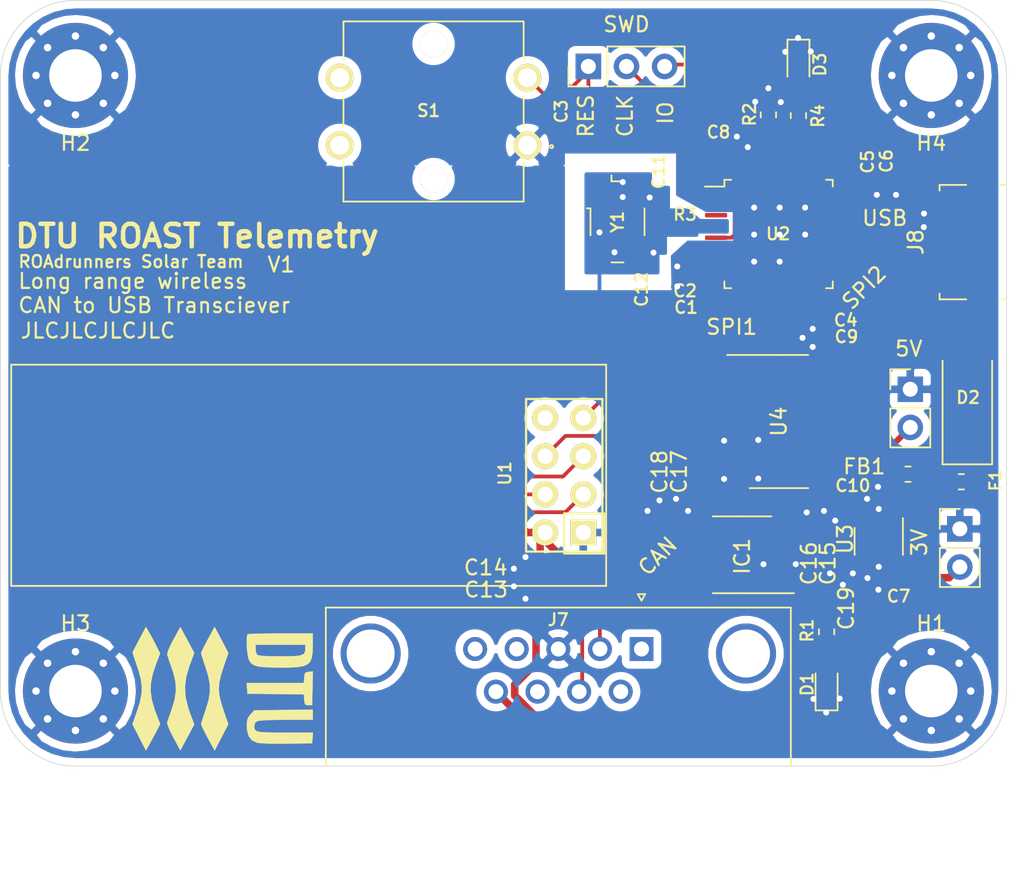
<source format=kicad_pcb>
(kicad_pcb (version 20171130) (host pcbnew 5.1.4+dfsg1-1)
  (layers (0 F.Cu signal) (31 B.Cu signal) (34 B.Paste user hide) (35 F.Paste user hide) (36 B.SilkS user) (37 F.SilkS user) (38 B.Mask user hide) (39 F.Mask user hide) (44 Edge.Cuts user))
  (net 0 "")
  (net 1 GND)
  (net 2 +3V3)
  (net 3 Reset)
  (net 4 "Net-(D1-Pad2)")
  (net 5 "Net-(D3-Pad2)")
  (net 6 +5V)
  (net 7 CAN_TX)
  (net 8 CAN_RX)
  (net 9 CAN_STB)
  (net 10 SW_CLK)
  (net 11 SW_DIO)
  (net 12 CE_Signal)
  (net 13 SPI2_NSS)
  (net 14 SPI2_SCK)
  (net 15 SPI2_MISO)
  (net 16 SPI2_MOSI)
  (net 17 SPI1_NSS)
  (net 18 SPI1_SCK)
  (net 19 SPI1_MOSI)
  (net 20 SPI1_MISO)
  (net 21 "Net-(U1-Pad8)")
  (net 22 OSC_IN)
  (net 23 "Net-(C12-Pad1)")
  (net 24 PA15)
  (net 25 BOOT0)
  (net 26 OSC_OUT)
  (net 27 VCC)
  (net 28 "Net-(J7-Pad1)")
  (net 29 "Net-(J7-Pad4)")
  (net 30 "Net-(J7-Pad5)")
  (net 31 "Net-(J7-Pad6)")
  (net 32 "Net-(J7-Pad8)")
  (net 33 "Net-(S1-Pad2)")
  (net 34 "Net-(S1-Pad4)")
  (net 35 "Net-(U2-Pad2)")
  (net 36 "Net-(U2-Pad3)")
  (net 37 "Net-(U2-Pad4)")
  (net 38 "Net-(D2-Pad1)")
  (net 39 "Net-(U2-Pad46)")
  (net 40 "Net-(U2-Pad45)")
  (net 41 "Net-(U2-Pad43)")
  (net 42 "Net-(U2-Pad42)")
  (net 43 "Net-(U2-Pad41)")
  (net 44 "Net-(U2-Pad40)")
  (net 45 "Net-(U2-Pad39)")
  (net 46 TIM1)
  (net 47 INT3)
  (net 48 INT2)
  (net 49 INT1)
  (net 50 "Net-(U2-Pad18)")
  (net 51 "Net-(U2-Pad12)")
  (net 52 "Net-(U2-Pad11)")
  (net 53 "Net-(U2-Pad10)")
  (net 54 "Net-(U4-Pad3)")
  (net 55 "Net-(U2-Pad20)")
  (net 56 "Net-(U2-Pad19)")
  (net 57 CAN+)
  (net 58 CAN-)
  (net 59 "Net-(J8-Pad6)")
  (net 60 "Net-(J8-Pad4)")
  (net 61 USB_D+)
  (net 62 USB_D-)
  (net 63 "Net-(C19-Pad2)")
  (net 64 "Net-(F1-Pad2)")
  (module Package_TO_SOT_SMD:SOT-23-5 (layer F.Cu) (at 241.5 135.03 270)
    (fp_text reference U3 (at -0.15 2.24 90) (layer F.SilkS))
    (fp_text value LD3985M33R_SOT23)
    (pad 5 smd rect (at 1.1 -0.95 270) (size 1.06 0.65) (layers F.Cu F.Paste F.Mask) (net 2 +3V3))
    (pad 4 smd rect (at 1.1 0.95 270) (size 1.06 0.65) (layers F.Cu F.Paste F.Mask) (net 63 "Net-(C19-Pad2)"))
    (pad 3 smd rect (at -1.1 0.95 270) (size 1.06 0.65) (layers F.Cu F.Paste F.Mask) (net 6 +5V))
    (pad 2 smd rect (at -1.1 0 270) (size 1.06 0.65) (layers F.Cu F.Paste F.Mask) (net 1 GND))
    (pad 1 smd rect (at -1.1 -0.95 270) (size 1.06 0.65) (layers F.Cu F.Paste F.Mask) (net 6 +5V))
  )
  (module Inductor_SMD:L_0603_1608Metric_Pad1.05x0.95mm_HandSolder (layer F.Cu) (at 243.445 130.556)
    (fp_text reference FB1 (at -2.907 -0.508) (layer F.SilkS))
    (fp_text value Ferrite_Bead)
    (pad 2 smd roundrect (at 0.875 0) (size 1.05 0.95) (layers F.Cu F.Paste F.Mask) (net 64 "Net-(F1-Pad2)"))
    (pad 1 smd roundrect (at -0.875 0) (size 1.05 0.95) (layers F.Cu F.Paste F.Mask) (net 6 +5V))
  )
  (module Capacitor_SMD:C_0402_1005Metric (layer F.Cu) (at 239.14 136.605 90)
    (fp_text reference C19 (at -2.885 0.19 270) (layer F.SilkS))
    (fp_text value 10nF)
    (pad 2 smd roundrect (at 0.485 0 90) (size 0.59 0.64) (layers F.Cu F.Paste F.Mask) (net 63 "Net-(C19-Pad2)"))
    (pad 1 smd roundrect (at -0.485 0 90) (size 0.59 0.64) (layers F.Cu F.Paste F.Mask) (net 1 GND))
  )
  (module Connector_USB:USB_Micro-B_Molex_47346-0001 (layer F.Cu) (at 247.2625 115.1 90)
    (fp_text reference J8 (at 0 -3.3 270) (layer F.SilkS))
    (fp_text value "USB Micro Connector")
    (pad 6 smd rect (at 0.84 1.2 90) (size 1.175 1.9) (layers F.Cu F.Paste F.Mask) (net 59 "Net-(J8-Pad6)"))
    (pad 6 smd rect (at -0.84 1.2 90) (size 1.175 1.9) (layers F.Cu F.Paste F.Mask) (net 59 "Net-(J8-Pad6)"))
    (pad 6 smd rect (at 2.91 1.2 90) (size 2.375 1.9) (layers F.Cu F.Paste F.Mask) (net 59 "Net-(J8-Pad6)"))
    (pad 6 smd rect (at -2.91 1.2 90) (size 2.375 1.9) (layers F.Cu F.Paste F.Mask) (net 59 "Net-(J8-Pad6)"))
    (pad 6 smd rect (at 2.4625 -1.1 90) (size 1.475 2.1) (layers F.Cu F.Paste F.Mask) (net 59 "Net-(J8-Pad6)"))
    (pad 6 smd rect (at -2.4625 -1.1 90) (size 1.475 2.1) (layers F.Cu F.Paste F.Mask) (net 59 "Net-(J8-Pad6)"))
    (pad 5 smd rect (at 1.3 -1.46 90) (size 0.45 1.38) (layers F.Cu F.Paste F.Mask) (net 1 GND))
    (pad 4 smd rect (at 0.65 -1.46 90) (size 0.45 1.38) (layers F.Cu F.Paste F.Mask) (net 60 "Net-(J8-Pad4)"))
    (pad 3 smd rect (at 0 -1.46 90) (size 0.45 1.38) (layers F.Cu F.Paste F.Mask) (net 61 USB_D+))
    (pad 2 smd rect (at -0.65 -1.46 90) (size 0.45 1.38) (layers F.Cu F.Paste F.Mask) (net 62 USB_D-))
    (pad 1 smd rect (at -1.3 -1.46 90) (size 0.45 1.38) (layers F.Cu F.Paste F.Mask) (net 27 VCC))
  )
  (module Capacitor_SMD:C_0402_1005Metric (layer F.Cu) (at 226.9 133.515 270)
    (fp_text reference C18 (at -3.115 0 270) (layer F.SilkS))
    (fp_text value 4.7uF)
    (pad 2 smd roundrect (at 0.485 0 270) (size 0.59 0.64) (layers F.Cu F.Paste F.Mask) (net 2 +3V3))
    (pad 1 smd roundrect (at -0.485 0 270) (size 0.59 0.64) (layers F.Cu F.Paste F.Mask) (net 1 GND))
  )
  (module Capacitor_SMD:C_0402_1005Metric (layer F.Cu) (at 228 133.515 270)
    (fp_text reference C17 (at -3.115 -0.2 90) (layer F.SilkS))
    (fp_text value "100 nF")
    (pad 2 smd roundrect (at 0.485 0 270) (size 0.59 0.64) (layers F.Cu F.Paste F.Mask) (net 2 +3V3))
    (pad 1 smd roundrect (at -0.485 0 270) (size 0.59 0.64) (layers F.Cu F.Paste F.Mask) (net 1 GND))
  )
  (module KiCad_Local_Files:DTU_Logo (layer F.Cu) (at 197.8 144.8 270)
    (fp_text reference G*** hide)
    (fp_text value LOGO hide)
  )
  (module Capacitor_SMD:C_0402_1005Metric (layer F.Cu) (at 236.7 134.165 270)
    (fp_text reference C16 (at 2.335 -0.15 90) (layer F.SilkS))
    (fp_text value "100 nF")
    (pad 2 smd roundrect (at 0.485 0 270) (size 0.59 0.64) (layers F.Cu F.Paste F.Mask) (net 6 +5V))
    (pad 1 smd roundrect (at -0.485 0 270) (size 0.59 0.64) (layers F.Cu F.Paste F.Mask) (net 1 GND))
  )
  (module Capacitor_SMD:C_0402_1005Metric (layer F.Cu) (at 237.85 134.15 270)
    (fp_text reference C15 (at 2.35 -0.25 90) (layer F.SilkS))
    (fp_text value 4.7uF)
    (pad 2 smd roundrect (at 0.485 0 270) (size 0.59 0.64) (layers F.Cu F.Paste F.Mask) (net 6 +5V))
    (pad 1 smd roundrect (at -0.485 0 270) (size 0.59 0.64) (layers F.Cu F.Paste F.Mask) (net 1 GND))
  )
  (module Capacitor_SMD:C_0402_1005Metric (layer F.Cu) (at 218.465 136.825)
    (fp_text reference C14 (at -3.14 -0.05) (layer F.SilkS))
    (fp_text value "100 nF")
    (pad 2 smd roundrect (at 0.485 0) (size 0.59 0.64) (layers F.Cu F.Paste F.Mask) (net 2 +3V3))
    (pad 1 smd roundrect (at -0.485 0) (size 0.59 0.64) (layers F.Cu F.Paste F.Mask) (net 1 GND))
  )
  (module Capacitor_SMD:C_0402_1005Metric (layer F.Cu) (at 218.465 138.075)
    (fp_text reference C13 (at -3.115 0.175) (layer F.SilkS))
    (fp_text value 4.7uF)
    (pad 2 smd roundrect (at 0.485 0) (size 0.59 0.64) (layers F.Cu F.Paste F.Mask) (net 2 +3V3))
    (pad 1 smd roundrect (at -0.485 0) (size 0.59 0.64) (layers F.Cu F.Paste F.Mask) (net 1 GND))
  )
  (module Crystal:Crystal_SMD_Abracon_ABM3B-4Pin_5.0x3.2mm (layer F.Cu) (at 224.1 113.75 270)
    (fp_text reference Y1 (at 0 0 270) (layer F.SilkS) (effects (font (size 0.8 0.8))))
    (fp_text value Crystal_GND24)
    (pad 1 smd rect (at -2 1.2 270) (size 1.8 1.2) (layers F.Cu F.Paste F.Mask) (net 22 OSC_IN))
    (pad 2 smd rect (at 2 1.2 270) (size 1.8 1.2) (layers F.Cu F.Paste F.Mask) (net 1 GND))
    (pad 3 smd rect (at 2 -1.2 270) (size 1.8 1.2) (layers F.Cu F.Paste F.Mask) (net 23 "Net-(C12-Pad1)"))
    (pad 4 smd rect (at -2 -1.2 270) (size 1.8 1.2) (layers F.Cu F.Paste F.Mask) (net 1 GND))
  )
  (module Package_QFP:LQFP-48_7x7mm_P0.5mm (layer F.Cu) (at 234.828 114.5595)
    (fp_text reference U2 (at -0.028 -0.0095) (layer F.SilkS) (effects (font (size 0.8 0.8))))
    (fp_text value STM32F042C4T6)
    (pad 48 smd roundrect (at -2.75 -4.1625) (size 0.3 1.475) (layers F.Cu F.Paste F.Mask) (net 2 +3V3))
    (pad 47 smd roundrect (at -2.25 -4.1625) (size 0.3 1.475) (layers F.Cu F.Paste F.Mask) (net 1 GND))
    (pad 46 smd roundrect (at -1.75 -4.1625) (size 0.3 1.475) (layers F.Cu F.Paste F.Mask) (net 39 "Net-(U2-Pad46)"))
    (pad 45 smd roundrect (at -1.25 -4.1625) (size 0.3 1.475) (layers F.Cu F.Paste F.Mask) (net 40 "Net-(U2-Pad45)"))
    (pad 44 smd roundrect (at -0.75 -4.1625) (size 0.3 1.475) (layers F.Cu F.Paste F.Mask) (net 25 BOOT0))
    (pad 43 smd roundrect (at -0.25 -4.1625) (size 0.3 1.475) (layers F.Cu F.Paste F.Mask) (net 41 "Net-(U2-Pad43)"))
    (pad 42 smd roundrect (at 0.25 -4.1625) (size 0.3 1.475) (layers F.Cu F.Paste F.Mask) (net 42 "Net-(U2-Pad42)"))
    (pad 41 smd roundrect (at 0.75 -4.1625) (size 0.3 1.475) (layers F.Cu F.Paste F.Mask) (net 43 "Net-(U2-Pad41)"))
    (pad 40 smd roundrect (at 1.25 -4.1625) (size 0.3 1.475) (layers F.Cu F.Paste F.Mask) (net 44 "Net-(U2-Pad40)"))
    (pad 39 smd roundrect (at 1.75 -4.1625) (size 0.3 1.475) (layers F.Cu F.Paste F.Mask) (net 45 "Net-(U2-Pad39)"))
    (pad 38 smd roundrect (at 2.25 -4.1625) (size 0.3 1.475) (layers F.Cu F.Paste F.Mask) (net 24 PA15))
    (pad 37 smd roundrect (at 2.75 -4.1625) (size 0.3 1.475) (layers F.Cu F.Paste F.Mask) (net 10 SW_CLK))
    (pad 36 smd roundrect (at 4.1625 -2.75) (size 1.475 0.3) (layers F.Cu F.Paste F.Mask) (net 2 +3V3))
    (pad 35 smd roundrect (at 4.1625 -2.25) (size 1.475 0.3) (layers F.Cu F.Paste F.Mask) (net 1 GND))
    (pad 34 smd roundrect (at 4.1625 -1.75) (size 1.475 0.3) (layers F.Cu F.Paste F.Mask) (net 11 SW_DIO))
    (pad 33 smd roundrect (at 4.1625 -1.25) (size 1.475 0.3) (layers F.Cu F.Paste F.Mask) (net 61 USB_D+))
    (pad 32 smd roundrect (at 4.1625 -0.75) (size 1.475 0.3) (layers F.Cu F.Paste F.Mask) (net 62 USB_D-))
    (pad 31 smd roundrect (at 4.1625 -0.25) (size 1.475 0.3) (layers F.Cu F.Paste F.Mask) (net 49 INT1))
    (pad 30 smd roundrect (at 4.1625 0.25) (size 1.475 0.3) (layers F.Cu F.Paste F.Mask) (net 47 INT3))
    (pad 29 smd roundrect (at 4.1625 0.75) (size 1.475 0.3) (layers F.Cu F.Paste F.Mask) (net 48 INT2))
    (pad 28 smd roundrect (at 4.1625 1.25) (size 1.475 0.3) (layers F.Cu F.Paste F.Mask) (net 13 SPI2_NSS))
    (pad 27 smd roundrect (at 4.1625 1.75) (size 1.475 0.3) (layers F.Cu F.Paste F.Mask) (net 14 SPI2_SCK))
    (pad 26 smd roundrect (at 4.1625 2.25) (size 1.475 0.3) (layers F.Cu F.Paste F.Mask) (net 15 SPI2_MISO))
    (pad 25 smd roundrect (at 4.1625 2.75) (size 1.475 0.3) (layers F.Cu F.Paste F.Mask) (net 16 SPI2_MOSI))
    (pad 24 smd roundrect (at 2.75 4.1625) (size 0.3 1.475) (layers F.Cu F.Paste F.Mask) (net 2 +3V3))
    (pad 23 smd roundrect (at 2.25 4.1625) (size 0.3 1.475) (layers F.Cu F.Paste F.Mask) (net 1 GND))
    (pad 22 smd roundrect (at 1.75 4.1625) (size 0.3 1.475) (layers F.Cu F.Paste F.Mask) (net 46 TIM1))
    (pad 21 smd roundrect (at 1.25 4.1625) (size 0.3 1.475) (layers F.Cu F.Paste F.Mask) (net 9 CAN_STB))
    (pad 20 smd roundrect (at 0.75 4.1625) (size 0.3 1.475) (layers F.Cu F.Paste F.Mask) (net 55 "Net-(U2-Pad20)"))
    (pad 19 smd roundrect (at 0.25 4.1625) (size 0.3 1.475) (layers F.Cu F.Paste F.Mask) (net 56 "Net-(U2-Pad19)"))
    (pad 18 smd roundrect (at -0.25 4.1625) (size 0.3 1.475) (layers F.Cu F.Paste F.Mask) (net 50 "Net-(U2-Pad18)"))
    (pad 17 smd roundrect (at -0.75 4.1625) (size 0.3 1.475) (layers F.Cu F.Paste F.Mask) (net 19 SPI1_MOSI))
    (pad 16 smd roundrect (at -1.25 4.1625) (size 0.3 1.475) (layers F.Cu F.Paste F.Mask) (net 20 SPI1_MISO))
    (pad 15 smd roundrect (at -1.75 4.1625) (size 0.3 1.475) (layers F.Cu F.Paste F.Mask) (net 18 SPI1_SCK))
    (pad 14 smd roundrect (at -2.25 4.1625) (size 0.3 1.475) (layers F.Cu F.Paste F.Mask) (net 17 SPI1_NSS))
    (pad 13 smd roundrect (at -2.75 4.1625) (size 0.3 1.475) (layers F.Cu F.Paste F.Mask) (net 12 CE_Signal))
    (pad 12 smd roundrect (at -4.1625 2.75) (size 1.475 0.3) (layers F.Cu F.Paste F.Mask) (net 51 "Net-(U2-Pad12)"))
    (pad 11 smd roundrect (at -4.1625 2.25) (size 1.475 0.3) (layers F.Cu F.Paste F.Mask) (net 52 "Net-(U2-Pad11)"))
    (pad 10 smd roundrect (at -4.1625 1.75) (size 1.475 0.3) (layers F.Cu F.Paste F.Mask) (net 53 "Net-(U2-Pad10)"))
    (pad 9 smd roundrect (at -4.1625 1.25) (size 1.475 0.3) (layers F.Cu F.Paste F.Mask) (net 2 +3V3))
    (pad 8 smd roundrect (at -4.1625 0.75) (size 1.475 0.3) (layers F.Cu F.Paste F.Mask) (net 1 GND))
    (pad 7 smd roundrect (at -4.1625 0.25) (size 1.475 0.3) (layers F.Cu F.Paste F.Mask) (net 3 Reset))
    (pad 6 smd roundrect (at -4.1625 -0.25) (size 1.475 0.3) (layers F.Cu F.Paste F.Mask) (net 26 OSC_OUT))
    (pad 5 smd roundrect (at -4.1625 -0.75) (size 1.475 0.3) (layers F.Cu F.Paste F.Mask) (net 22 OSC_IN))
    (pad 4 smd roundrect (at -4.1625 -1.25) (size 1.475 0.3) (layers F.Cu F.Paste F.Mask) (net 37 "Net-(U2-Pad4)"))
    (pad 3 smd roundrect (at -4.1625 -1.75) (size 1.475 0.3) (layers F.Cu F.Paste F.Mask) (net 36 "Net-(U2-Pad3)"))
    (pad 2 smd roundrect (at -4.1625 -2.25) (size 1.475 0.3) (layers F.Cu F.Paste F.Mask) (net 35 "Net-(U2-Pad2)"))
    (pad 1 smd roundrect (at -4.1625 -2.75) (size 1.475 0.3) (layers F.Cu F.Paste F.Mask) (net 2 +3V3))
  )
  (module Package_SO:SOIC-14_3.9x8.7mm_P1.27mm (layer F.Cu) (at 234.85 127.05)
    (fp_text reference U4 (at 0 0 90) (layer F.SilkS))
    (fp_text value MCP2518FDT)
    (pad 14 smd roundrect (at 2.475 -3.81) (size 1.95 0.6) (layers F.Cu F.Paste F.Mask) (net 2 +3V3))
    (pad 13 smd roundrect (at 2.475 -2.54) (size 1.95 0.6) (layers F.Cu F.Paste F.Mask) (net 13 SPI2_NSS))
    (pad 12 smd roundrect (at 2.475 -1.27) (size 1.95 0.6) (layers F.Cu F.Paste F.Mask) (net 15 SPI2_MISO))
    (pad 11 smd roundrect (at 2.475 0) (size 1.95 0.6) (layers F.Cu F.Paste F.Mask) (net 16 SPI2_MOSI))
    (pad 10 smd roundrect (at 2.475 1.27) (size 1.95 0.6) (layers F.Cu F.Paste F.Mask) (net 14 SPI2_SCK))
    (pad 9 smd roundrect (at 2.475 2.54) (size 1.95 0.6) (layers F.Cu F.Paste F.Mask) (net 48 INT2))
    (pad 8 smd roundrect (at 2.475 3.81) (size 1.95 0.6) (layers F.Cu F.Paste F.Mask) (net 47 INT3))
    (pad 7 smd roundrect (at -2.475 3.81) (size 1.95 0.6) (layers F.Cu F.Paste F.Mask) (net 1 GND))
    (pad 6 smd roundrect (at -2.475 2.54) (size 1.95 0.6) (layers F.Cu F.Paste F.Mask) (net 46 TIM1))
    (pad 5 smd roundrect (at -2.475 1.27) (size 1.95 0.6) (layers F.Cu F.Paste F.Mask) (net 1 GND))
    (pad 4 smd roundrect (at -2.475 0) (size 1.95 0.6) (layers F.Cu F.Paste F.Mask) (net 49 INT1))
    (pad 3 smd roundrect (at -2.475 -1.27) (size 1.95 0.6) (layers F.Cu F.Paste F.Mask) (net 54 "Net-(U4-Pad3)"))
    (pad 2 smd roundrect (at -2.475 -2.54) (size 1.95 0.6) (layers F.Cu F.Paste F.Mask) (net 8 CAN_RX))
    (pad 1 smd roundrect (at -2.475 -3.81) (size 1.95 0.6) (layers F.Cu F.Paste F.Mask) (net 7 CAN_TX))
  )
  (module mysensors_radios:NRF24L01PALNA_THT (layer F.Cu) (at 223.6 138.25 270)
    (fp_text reference U1 (at -7.75 7 270) (layer F.SilkS) (effects (font (size 0.8 0.8))))
    (fp_text value NRF24L01_Breakout)
    (pad 2 thru_hole oval (at -3.81 4.318 270) (size 1.7272 1.7272) (drill 1.016) (layers *.Cu *.Mask F.SilkS) (net 2 +3V3))
    (pad 1 thru_hole rect (at -3.81 1.778 270) (size 1.7272 1.7272) (drill 1.016) (layers *.Cu *.Mask F.SilkS) (net 1 GND))
    (pad 4 thru_hole oval (at -6.35 4.318 270) (size 1.7272 1.7272) (drill 1.016) (layers *.Cu *.Mask F.SilkS) (net 17 SPI1_NSS))
    (pad 3 thru_hole oval (at -6.35 1.778 270) (size 1.7272 1.7272) (drill 1.016) (layers *.Cu *.Mask F.SilkS) (net 12 CE_Signal))
    (pad 6 thru_hole oval (at -8.89 4.318 270) (size 1.7272 1.7272) (drill 1.016) (layers *.Cu *.Mask F.SilkS) (net 19 SPI1_MOSI))
    (pad 5 thru_hole oval (at -8.89 1.778 270) (size 1.7272 1.7272) (drill 1.016) (layers *.Cu *.Mask F.SilkS) (net 18 SPI1_SCK))
    (pad 8 thru_hole oval (at -11.43 4.318 270) (size 1.7272 1.7272) (drill 1.016) (layers *.Cu *.Mask F.SilkS) (net 21 "Net-(U1-Pad8)"))
    (pad 7 thru_hole oval (at -11.43 1.778 270) (size 1.7272 1.7272) (drill 1.016) (layers *.Cu *.Mask F.SilkS) (net 20 SPI1_MISO))
  )
  (module MountingHole:MountingHole_3.5mm_Pad_Via (layer F.Cu) (at 245 104 180)
    (fp_text reference H4 (at 0 -4.5) (layer F.SilkS))
    (fp_text value MountingHole)
    (pad 1 thru_hole circle (at 1.856155 -1.856155 180) (size 0.8 0.8) (drill 0.5) (layers *.Cu *.Mask) (net 1 GND))
    (pad 1 thru_hole circle (at 0 -2.625 180) (size 0.8 0.8) (drill 0.5) (layers *.Cu *.Mask) (net 1 GND))
    (pad 1 thru_hole circle (at -1.856155 -1.856155 180) (size 0.8 0.8) (drill 0.5) (layers *.Cu *.Mask) (net 1 GND))
    (pad 1 thru_hole circle (at -2.625 0 180) (size 0.8 0.8) (drill 0.5) (layers *.Cu *.Mask) (net 1 GND))
    (pad 1 thru_hole circle (at -1.856155 1.856155 180) (size 0.8 0.8) (drill 0.5) (layers *.Cu *.Mask) (net 1 GND))
    (pad 1 thru_hole circle (at 0 2.625 180) (size 0.8 0.8) (drill 0.5) (layers *.Cu *.Mask) (net 1 GND))
    (pad 1 thru_hole circle (at 1.856155 1.856155 180) (size 0.8 0.8) (drill 0.5) (layers *.Cu *.Mask) (net 1 GND))
    (pad 1 thru_hole circle (at 2.625 0 180) (size 0.8 0.8) (drill 0.5) (layers *.Cu *.Mask) (net 1 GND))
    (pad 1 thru_hole circle (at 0 0 180) (size 7 7) (drill 3.5) (layers *.Cu *.Mask) (net 1 GND))
  )
  (module MountingHole:MountingHole_3.5mm_Pad_Via (layer F.Cu) (at 188 145)
    (fp_text reference H3 (at 0 -4.5) (layer F.SilkS))
    (fp_text value MountingHole)
    (pad 1 thru_hole circle (at 1.856155 -1.856155) (size 0.8 0.8) (drill 0.5) (layers *.Cu *.Mask) (net 1 GND))
    (pad 1 thru_hole circle (at 0 -2.625) (size 0.8 0.8) (drill 0.5) (layers *.Cu *.Mask) (net 1 GND))
    (pad 1 thru_hole circle (at -1.856155 -1.856155) (size 0.8 0.8) (drill 0.5) (layers *.Cu *.Mask) (net 1 GND))
    (pad 1 thru_hole circle (at -2.625 0) (size 0.8 0.8) (drill 0.5) (layers *.Cu *.Mask) (net 1 GND))
    (pad 1 thru_hole circle (at -1.856155 1.856155) (size 0.8 0.8) (drill 0.5) (layers *.Cu *.Mask) (net 1 GND))
    (pad 1 thru_hole circle (at 0 2.625) (size 0.8 0.8) (drill 0.5) (layers *.Cu *.Mask) (net 1 GND))
    (pad 1 thru_hole circle (at 1.856155 1.856155) (size 0.8 0.8) (drill 0.5) (layers *.Cu *.Mask) (net 1 GND))
    (pad 1 thru_hole circle (at 2.625 0) (size 0.8 0.8) (drill 0.5) (layers *.Cu *.Mask) (net 1 GND))
    (pad 1 thru_hole circle (at 0 0) (size 7 7) (drill 3.5) (layers *.Cu *.Mask) (net 1 GND))
  )
  (module MountingHole:MountingHole_3.5mm_Pad_Via (layer F.Cu) (at 188 104 180)
    (fp_text reference H2 (at 0 -4.5) (layer F.SilkS))
    (fp_text value MountingHole)
    (pad 1 thru_hole circle (at 1.856155 -1.856155 180) (size 0.8 0.8) (drill 0.5) (layers *.Cu *.Mask) (net 1 GND))
    (pad 1 thru_hole circle (at 0 -2.625 180) (size 0.8 0.8) (drill 0.5) (layers *.Cu *.Mask) (net 1 GND))
    (pad 1 thru_hole circle (at -1.856155 -1.856155 180) (size 0.8 0.8) (drill 0.5) (layers *.Cu *.Mask) (net 1 GND))
    (pad 1 thru_hole circle (at -2.625 0 180) (size 0.8 0.8) (drill 0.5) (layers *.Cu *.Mask) (net 1 GND))
    (pad 1 thru_hole circle (at -1.856155 1.856155 180) (size 0.8 0.8) (drill 0.5) (layers *.Cu *.Mask) (net 1 GND))
    (pad 1 thru_hole circle (at 0 2.625 180) (size 0.8 0.8) (drill 0.5) (layers *.Cu *.Mask) (net 1 GND))
    (pad 1 thru_hole circle (at 1.856155 1.856155 180) (size 0.8 0.8) (drill 0.5) (layers *.Cu *.Mask) (net 1 GND))
    (pad 1 thru_hole circle (at 2.625 0 180) (size 0.8 0.8) (drill 0.5) (layers *.Cu *.Mask) (net 1 GND))
    (pad 1 thru_hole circle (at 0 0 180) (size 7 7) (drill 3.5) (layers *.Cu *.Mask) (net 1 GND))
  )
  (module MountingHole:MountingHole_3.5mm_Pad_Via (layer F.Cu) (at 245 145)
    (fp_text reference H1 (at 0 -4.5) (layer F.SilkS))
    (fp_text value MountingHole)
    (pad 1 thru_hole circle (at 1.856155 -1.856155) (size 0.8 0.8) (drill 0.5) (layers *.Cu *.Mask) (net 1 GND))
    (pad 1 thru_hole circle (at 0 -2.625) (size 0.8 0.8) (drill 0.5) (layers *.Cu *.Mask) (net 1 GND))
    (pad 1 thru_hole circle (at -1.856155 -1.856155) (size 0.8 0.8) (drill 0.5) (layers *.Cu *.Mask) (net 1 GND))
    (pad 1 thru_hole circle (at -2.625 0) (size 0.8 0.8) (drill 0.5) (layers *.Cu *.Mask) (net 1 GND))
    (pad 1 thru_hole circle (at -1.856155 1.856155) (size 0.8 0.8) (drill 0.5) (layers *.Cu *.Mask) (net 1 GND))
    (pad 1 thru_hole circle (at 0 2.625) (size 0.8 0.8) (drill 0.5) (layers *.Cu *.Mask) (net 1 GND))
    (pad 1 thru_hole circle (at 1.856155 1.856155) (size 0.8 0.8) (drill 0.5) (layers *.Cu *.Mask) (net 1 GND))
    (pad 1 thru_hole circle (at 2.625 0) (size 0.8 0.8) (drill 0.5) (layers *.Cu *.Mask) (net 1 GND))
    (pad 1 thru_hole circle (at 0 0) (size 7 7) (drill 3.5) (layers *.Cu *.Mask) (net 1 GND))
  )
  (module Fuse:Fuse_0603_1608Metric_Pad1.05x0.95mm_HandSolder (layer F.Cu) (at 247.001 131.064 180)
    (fp_text reference F1 (at -2.3 0.1 270) (layer F.SilkS) (effects (font (size 0.8 0.8))))
    (fp_text value 500mA)
    (pad 1 smd roundrect (at -0.875 0 180) (size 1.05 0.95) (layers F.Cu F.Paste F.Mask) (net 38 "Net-(D2-Pad1)"))
    (pad 2 smd roundrect (at 0.875 0 180) (size 1.05 0.95) (layers F.Cu F.Paste F.Mask) (net 64 "Net-(F1-Pad2)"))
  )
  (module B3F-4000:B3F-4000 (layer F.Cu) (at 211.85 106.4)
    (fp_text reference S1 (at -0.33 -0.055) (layer F.SilkS) (effects (font (size 0.8 0.8))))
    (fp_text value B3F-4000 hide)
    (pad 1 thru_hole circle (at 6.25 2.25 90) (size 1.85 1.85) (drill 1.25) (layers *.Cu *.Mask F.SilkS) (net 1 GND))
    (pad 2 thru_hole circle (at -6.25 2.25 90) (size 1.85 1.85) (drill 1.25) (layers *.Cu *.Mask F.SilkS) (net 33 "Net-(S1-Pad2)"))
    (pad 3 thru_hole circle (at 6.25 -2.25 90) (size 1.85 1.85) (drill 1.25) (layers *.Cu *.Mask F.SilkS) (net 3 Reset))
    (pad 4 thru_hole circle (at -6.25 -2.25 90) (size 1.85 1.85) (drill 1.25) (layers *.Cu *.Mask F.SilkS) (net 34 "Net-(S1-Pad4)"))
    (pad 5 thru_hole circle (at 0 -4.5 90) (size 1.8 1.8) (drill 1.8) (layers *.Cu *.Mask F.SilkS))
    (pad 6 thru_hole circle (at 0 4.5 90) (size 1.8 1.8) (drill 1.8) (layers *.Cu *.Mask F.SilkS))
  )
  (module Connector_Dsub:DSUB-9_Female_Horizontal_P2.77x2.84mm_EdgePinOffset4.94mm_Housed_MountingHolesOffset7.48mm (layer F.Cu) (at 225.7 142.2)
    (fp_text reference J7 (at -5.55 -1.95) (layer F.SilkS) (effects (font (size 0.8 0.8))))
    (fp_text value DB9_Female)
    (pad 0 thru_hole circle (at 6.96 0.3) (size 4 4) (drill 3.2) (layers *.Cu *.Mask))
    (pad 0 thru_hole circle (at -18.04 0.3) (size 4 4) (drill 3.2) (layers *.Cu *.Mask))
    (pad 9 thru_hole circle (at -9.695 2.84) (size 1.6 1.6) (drill 1) (layers *.Cu *.Mask) (net 27 VCC))
    (pad 8 thru_hole circle (at -6.925 2.84) (size 1.6 1.6) (drill 1) (layers *.Cu *.Mask) (net 32 "Net-(J7-Pad8)"))
    (pad 7 thru_hole circle (at -4.155 2.84) (size 1.6 1.6) (drill 1) (layers *.Cu *.Mask) (net 58 CAN-))
    (pad 6 thru_hole circle (at -1.385 2.84) (size 1.6 1.6) (drill 1) (layers *.Cu *.Mask) (net 31 "Net-(J7-Pad6)"))
    (pad 5 thru_hole circle (at -11.08 0) (size 1.6 1.6) (drill 1) (layers *.Cu *.Mask) (net 30 "Net-(J7-Pad5)"))
    (pad 4 thru_hole circle (at -8.31 0) (size 1.6 1.6) (drill 1) (layers *.Cu *.Mask) (net 29 "Net-(J7-Pad4)"))
    (pad 3 thru_hole circle (at -5.54 0) (size 1.6 1.6) (drill 1) (layers *.Cu *.Mask) (net 1 GND))
    (pad 2 thru_hole circle (at -2.77 0) (size 1.6 1.6) (drill 1) (layers *.Cu *.Mask) (net 57 CAN+))
    (pad 1 thru_hole rect (at 0 0) (size 1.6 1.6) (drill 1) (layers *.Cu *.Mask) (net 28 "Net-(J7-Pad1)"))
  )
  (module Package_SO:SOIC-8_3.9x4.9mm_P1.27mm (layer F.Cu) (at 232.4 135.925 180)
    (fp_text reference IC1 (at 0 -0.1 90) (layer F.SilkS))
    (fp_text value TCAN1044VDRQ1)
    (pad 8 smd roundrect (at 2.475 -1.905 180) (size 1.95 0.6) (layers F.Cu F.Paste F.Mask) (net 9 CAN_STB))
    (pad 7 smd roundrect (at 2.475 -0.635 180) (size 1.95 0.6) (layers F.Cu F.Paste F.Mask) (net 57 CAN+))
    (pad 6 smd roundrect (at 2.475 0.635 180) (size 1.95 0.6) (layers F.Cu F.Paste F.Mask) (net 58 CAN-))
    (pad 5 smd roundrect (at 2.475 1.905 180) (size 1.95 0.6) (layers F.Cu F.Paste F.Mask) (net 2 +3V3))
    (pad 4 smd roundrect (at -2.475 1.905 180) (size 1.95 0.6) (layers F.Cu F.Paste F.Mask) (net 8 CAN_RX))
    (pad 3 smd roundrect (at -2.475 0.635 180) (size 1.95 0.6) (layers F.Cu F.Paste F.Mask) (net 6 +5V))
    (pad 2 smd roundrect (at -2.475 -0.635 180) (size 1.95 0.6) (layers F.Cu F.Paste F.Mask) (net 1 GND))
    (pad 1 smd roundrect (at -2.475 -1.905 180) (size 1.95 0.6) (layers F.Cu F.Paste F.Mask) (net 7 CAN_TX))
  )
  (module Connector_PinHeader_2.54mm:PinHeader_1x03_P2.54mm_Vertical (layer F.Cu) (at 222.16 103.4 90)
    (fp_text reference J2)
    (fp_text value Conn_01x03)
    (pad 3 thru_hole oval (at 0 5.08 90) (size 1.7 1.7) (drill 1) (layers *.Cu *.Mask) (net 11 SW_DIO))
    (pad 2 thru_hole oval (at 0 2.54 90) (size 1.7 1.7) (drill 1) (layers *.Cu *.Mask) (net 10 SW_CLK))
    (pad 1 thru_hole rect (at 0 0 90) (size 1.7 1.7) (drill 1) (layers *.Cu *.Mask) (net 3 Reset))
  )
  (module Diode_SMD:D_SMA_Handsoldering (layer F.Cu) (at 247.4 125.5 90)
    (fp_text reference D2 (at 0.05 0.05) (layer F.SilkS) (effects (font (size 0.8 0.8))))
    (fp_text value STPS2H100A)
    (pad 2 smd rect (at 2.5 0 90) (size 3.5 1.8) (layers F.Cu F.Paste F.Mask) (net 27 VCC))
    (pad 1 smd rect (at -2.5 0 90) (size 3.5 1.8) (layers F.Cu F.Paste F.Mask) (net 38 "Net-(D2-Pad1)"))
  )
  (module Capacitor_SMD:C_0402_1005Metric (layer F.Cu) (at 241.95 132.2 180)
    (fp_text reference C10 (at 2.174 0.882) (layer F.SilkS) (effects (font (size 0.8 0.8))))
    (fp_text value 1uF)
    (pad 2 smd roundrect (at 0.485 0 180) (size 0.59 0.64) (layers F.Cu F.Paste F.Mask) (net 1 GND))
    (pad 1 smd roundrect (at -0.485 0 180) (size 0.59 0.64) (layers F.Cu F.Paste F.Mask) (net 6 +5V))
  )
  (module Capacitor_SMD:C_0402_1005Metric (layer F.Cu) (at 241.965 137.45 180)
    (fp_text reference C7 (at -0.859 -1.234 180) (layer F.SilkS) (effects (font (size 0.8 0.8))))
    (fp_text value 1uF)
    (pad 2 smd roundrect (at 0.485 0 180) (size 0.59 0.64) (layers F.Cu F.Paste F.Mask) (net 1 GND))
    (pad 1 smd roundrect (at -0.485 0 180) (size 0.59 0.64) (layers F.Cu F.Paste F.Mask) (net 2 +3V3))
  )
  (module Capacitor_SMD:C_0402_1005Metric (layer F.Cu) (at 237.585 121.45 180)
    (fp_text reference C9 (at -1.765 0.05) (layer F.SilkS) (effects (font (size 0.8 0.8))))
    (fp_text value 4.7uF)
    (pad 2 smd roundrect (at 0.485 0 180) (size 0.59 0.64) (layers F.Cu F.Paste F.Mask) (net 1 GND))
    (pad 1 smd roundrect (at -0.485 0 180) (size 0.59 0.64) (layers F.Cu F.Paste F.Mask) (net 2 +3V3))
  )
  (module Capacitor_SMD:C_0402_1005Metric (layer F.Cu) (at 231.585 108.75)
    (fp_text reference C8 (at -0.76 -0.975) (layer F.SilkS) (effects (font (size 0.8 0.8))))
    (fp_text value "100 nF")
    (pad 2 smd roundrect (at 0.485 0) (size 0.59 0.64) (layers F.Cu F.Paste F.Mask) (net 1 GND))
    (pad 1 smd roundrect (at -0.485 0) (size 0.59 0.64) (layers F.Cu F.Paste F.Mask) (net 2 +3V3))
  )
  (module Capacitor_SMD:C_0402_1005Metric (layer F.Cu) (at 242 111.465 90)
    (fp_text reference C6 (at 1.765 0 90) (layer F.SilkS) (effects (font (size 0.8 0.8))))
    (fp_text value 4.7uF)
    (pad 2 smd roundrect (at 0.485 0 90) (size 0.59 0.64) (layers F.Cu F.Paste F.Mask) (net 2 +3V3))
    (pad 1 smd roundrect (at -0.485 0 90) (size 0.59 0.64) (layers F.Cu F.Paste F.Mask) (net 1 GND))
  )
  (module Capacitor_SMD:C_0402_1005Metric (layer F.Cu) (at 240.75 111.465 90)
    (fp_text reference C5 (at 1.715 0 90) (layer F.SilkS) (effects (font (size 0.8 0.8))))
    (fp_text value "100 nF")
    (pad 2 smd roundrect (at 0.485 0 90) (size 0.59 0.64) (layers F.Cu F.Paste F.Mask) (net 2 +3V3))
    (pad 1 smd roundrect (at -0.485 0 90) (size 0.59 0.64) (layers F.Cu F.Paste F.Mask) (net 1 GND))
  )
  (module Capacitor_SMD:C_0402_1005Metric (layer F.Cu) (at 237.565 120.35 180)
    (fp_text reference C4 (at -1.735 0.05) (layer F.SilkS) (effects (font (size 0.8 0.8))))
    (fp_text value "100 nF")
    (pad 2 smd roundrect (at 0.485 0 180) (size 0.59 0.64) (layers F.Cu F.Paste F.Mask) (net 1 GND))
    (pad 1 smd roundrect (at -0.485 0 180) (size 0.59 0.64) (layers F.Cu F.Paste F.Mask) (net 2 +3V3))
  )
  (module Capacitor_SMD:C_0402_1005Metric (layer F.Cu) (at 219.25 106.4 90)
    (fp_text reference C3 (at 0 1.1 90) (layer F.SilkS) (effects (font (size 0.8 0.8))))
    (fp_text value "0.1 uF")
    (pad 2 smd roundrect (at 0.485 0 90) (size 0.59 0.64) (layers F.Cu F.Paste F.Mask) (net 3 Reset))
    (pad 1 smd roundrect (at -0.485 0 90) (size 0.59 0.64) (layers F.Cu F.Paste F.Mask) (net 1 GND))
  )
  (module Capacitor_SMD:C_0402_1005Metric (layer F.Cu) (at 228.565 116.2)
    (fp_text reference C2 (at 0.035 2.15) (layer F.SilkS) (effects (font (size 0.8 0.8))))
    (fp_text value 10nF)
    (pad 2 smd roundrect (at 0.485 0) (size 0.59 0.64) (layers F.Cu F.Paste F.Mask) (net 2 +3V3))
    (pad 1 smd roundrect (at -0.485 0) (size 0.59 0.64) (layers F.Cu F.Paste F.Mask) (net 1 GND))
  )
  (module Capacitor_SMD:C_0402_1005Metric (layer F.Cu) (at 228.565 117.25 180)
    (fp_text reference C1 (at -0.1 -2.2) (layer F.SilkS) (effects (font (size 0.8 0.8))))
    (fp_text value 1uF)
    (pad 2 smd roundrect (at 0.485 0 180) (size 0.59 0.64) (layers F.Cu F.Paste F.Mask) (net 1 GND))
    (pad 1 smd roundrect (at -0.485 0 180) (size 0.59 0.64) (layers F.Cu F.Paste F.Mask) (net 2 +3V3))
  )
  (module Resistor_SMD:R_0603_1608Metric_Pad1.05x0.95mm_HandSolder (layer F.Cu) (at 236.15 106.675 90)
    (fp_text reference R4 (at -0.025 1.3 90) (layer F.SilkS) (effects (font (size 0.8 0.8))))
    (fp_text value "51.1 Ohm")
    (pad 2 smd roundrect (at 0.875 0 90) (size 1.05 0.95) (layers F.Cu F.Paste F.Mask) (net 5 "Net-(D3-Pad2)"))
    (pad 1 smd roundrect (at -0.875 0 90) (size 1.05 0.95) (layers F.Cu F.Paste F.Mask) (net 24 PA15))
  )
  (module LED_SMD:LED_0603_1608Metric_Pad1.05x0.95mm_HandSolder (layer F.Cu) (at 238.025 144.625 90)
    (fp_text reference D1 (at 0.075 -1.297 90) (layer F.SilkS) (effects (font (size 0.8 0.8))))
    (fp_text value RED_LED)
    (pad 2 smd roundrect (at 0.875 0 90) (size 1.05 0.95) (layers F.Cu F.Paste F.Mask) (net 4 "Net-(D1-Pad2)"))
    (pad 1 smd roundrect (at -0.875 0 90) (size 1.05 0.95) (layers F.Cu F.Paste F.Mask) (net 1 GND))
  )
  (module Capacitor_SMD:C_0402_1005Metric (layer F.Cu) (at 226.85 114.785 270)
    (fp_text reference C12 (at 3.465 1.15 90) (layer F.SilkS) (effects (font (size 0.8 0.8))))
    (fp_text value 16pF)
    (pad 2 smd roundrect (at 0.485 0 270) (size 0.59 0.64) (layers F.Cu F.Paste F.Mask) (net 1 GND))
    (pad 1 smd roundrect (at -0.485 0 270) (size 0.59 0.64) (layers F.Cu F.Paste F.Mask) (net 23 "Net-(C12-Pad1)"))
  )
  (module Resistor_SMD:R_0402_1005Metric (layer F.Cu) (at 228.565 114.3 180)
    (fp_text reference R3 (at -0.035 1.05) (layer F.SilkS) (effects (font (size 0.8 0.8))))
    (fp_text value 1kOhm)
    (pad 2 smd roundrect (at 0.485 0 180) (size 0.59 0.64) (layers F.Cu F.Paste F.Mask) (net 23 "Net-(C12-Pad1)"))
    (pad 1 smd roundrect (at -0.485 0 180) (size 0.59 0.64) (layers F.Cu F.Paste F.Mask) (net 26 OSC_OUT))
  )
  (module Capacitor_SMD:C_0402_1005Metric (layer F.Cu) (at 226.85 112.615 90)
    (fp_text reference C11 (at 2.215 0 90) (layer F.SilkS) (effects (font (size 0.8 0.8))))
    (fp_text value 16pF)
    (pad 2 smd roundrect (at 0.485 0 90) (size 0.59 0.64) (layers F.Cu F.Paste F.Mask) (net 1 GND))
    (pad 1 smd roundrect (at -0.485 0 90) (size 0.59 0.64) (layers F.Cu F.Paste F.Mask) (net 22 OSC_IN))
  )
  (module LED_SMD:LED_0603_1608Metric_Pad1.05x0.95mm_HandSolder (layer F.Cu) (at 236.15 103.275 270)
    (fp_text reference D3 (at 0 -1.43 90) (layer F.SilkS) (effects (font (size 0.8 0.8))))
    (fp_text value RED_LED)
    (pad 1 smd roundrect (at -0.875 0 270) (size 1.05 0.95) (layers F.Cu F.Paste F.Mask) (net 1 GND))
    (pad 2 smd roundrect (at 0.875 0 270) (size 1.05 0.95) (layers F.Cu F.Paste F.Mask) (net 5 "Net-(D3-Pad2)"))
  )
  (module Connector_PinHeader_2.54mm:PinHeader_1x02_P2.54mm_Vertical (layer F.Cu) (at 246.9 134.2)
    (fp_text reference J3)
    (fp_text value PinHeader_01x02)
    (pad 1 thru_hole rect (at 0 0) (size 1.7 1.7) (drill 1) (layers *.Cu *.Mask) (net 1 GND))
    (pad 2 thru_hole oval (at 0 2.54) (size 1.7 1.7) (drill 1) (layers *.Cu *.Mask) (net 2 +3V3))
  )
  (module Connector_PinHeader_2.54mm:PinHeader_1x02_P2.54mm_Vertical (layer F.Cu) (at 243.6 124.9)
    (fp_text reference J4)
    (fp_text value PinHeader_01x02)
    (pad 1 thru_hole rect (at 0 0) (size 1.7 1.7) (drill 1) (layers *.Cu *.Mask) (net 1 GND))
    (pad 2 thru_hole oval (at 0 2.54) (size 1.7 1.7) (drill 1) (layers *.Cu *.Mask) (net 6 +5V))
  )
  (module Resistor_SMD:R_0603_1608Metric_Pad1.05x0.95mm_HandSolder (layer F.Cu) (at 238.025 141.05 270)
    (fp_text reference R1 (at -0.08 1.297 90) (layer F.SilkS) (effects (font (size 0.8 0.8))))
    (fp_text value "51.1 Ohm")
    (pad 1 smd roundrect (at -0.875 0 270) (size 1.05 0.95) (layers F.Cu F.Paste F.Mask) (net 2 +3V3))
    (pad 2 smd roundrect (at 0.875 0 270) (size 1.05 0.95) (layers F.Cu F.Paste F.Mask) (net 4 "Net-(D1-Pad2)"))
  )
  (module Resistor_SMD:R_0603_1608Metric_Pad1.05x0.95mm_HandSolder (layer F.Cu) (at 234.15 106.625 270)
    (fp_text reference R2 (at -0.025 1.25 90) (layer F.SilkS) (effects (font (size 0.8 0.8))))
    (fp_text value 10k)
    (pad 2 smd roundrect (at 0.875 0 270) (size 1.05 0.95) (layers F.Cu F.Paste F.Mask) (net 25 BOOT0))
    (pad 1 smd roundrect (at -0.875 0 270) (size 1.05 0.95) (layers F.Cu F.Paste F.Mask) (net 1 GND))
  )
  (gr_text USB (at 241.9 113.5) (layer F.SilkS) (effects (font (size 1 1))))
  (gr_text V1 (at 201.7 116.6) (layer F.SilkS) (effects (font (size 1 1))))
  (gr_text JLCJLCJLCJLC (at 189.5 121) (layer F.SilkS) (effects (font (size 1 1))))
  (gr_text "Long range wireless \nCAN to USB Transciever" (at 184.1 118.5) (layer F.SilkS) (effects (font (size 1 1)) (justify left)))
  (gr_text "ROAdrunners Solar Team\n" (at 191.7 116.4) (layer F.SilkS) (effects (font (size 0.8 0.8))))
  (gr_text "DTU ROAST Telemetry" (at 196.099999 114.7) (layer F.SilkS) (effects (font (size 1.5 1.5) (thickness 0.3))))
  (gr_text SPI2 (at 240.525 118.125 45) (layer F.SilkS) (effects (font (size 1 1))))
  (gr_text SPI1 (at 231.7 120.75) (layer F.SilkS) (effects (font (size 1 1))))
  (gr_text CAN (at 226.775 136.025 45) (layer F.SilkS) (effects (font (size 1 1))))
  (gr_text IO (at 227.3 106.5 90) (layer F.SilkS) (effects (font (size 1 1))))
  (gr_text CLK (at 224.6 106.7 90) (layer F.SilkS) (effects (font (size 1 1))))
  (gr_text RES (at 222 106.7 90) (layer F.SilkS) (effects (font (size 1 1))))
  (gr_text SWD (at 224.7 100.6) (layer F.SilkS) (effects (font (size 1 1))))
  (gr_text 5V (at 243.5 122.2) (layer F.SilkS) (effects (font (size 1 1))))
  (gr_text 3V (at 244.2 135.1 90) (layer F.SilkS) (effects (font (size 1 1))))
  (gr_arc (start 188 104) (end 188 99) (angle -90) (layer Edge.Cuts) (width 0.05))
  (gr_arc (start 245 104) (end 250 104) (angle -90) (layer Edge.Cuts) (width 0.05))
  (gr_line (start 188 150) (end 245 150) (layer Edge.Cuts) (width 0.05))
  (gr_arc (start 245 145) (end 245 150) (angle -90) (layer Edge.Cuts) (width 0.05))
  (gr_arc (start 188 145) (end 183 145) (angle -90) (layer Edge.Cuts) (width 0.05))
  (gr_line (start 183 104) (end 183 145) (layer Edge.Cuts) (width 0.05))
  (gr_line (start 245 99) (end 188 99) (layer Edge.Cuts) (width 0.05))
  (gr_line (start 250 145) (end 250 104) (layer Edge.Cuts) (width 0.05))
  (segment (start 225.68 112.13) (end 225.3 111.75) (width 0.25) (layer F.Cu) (net 1))
  (segment (start 242 111.95) (end 241.35 111.95) (width 0.5) (layer F.Cu) (net 1))
  (segment (start 240.3905 112.3095) (end 238.9905 112.3095) (width 0.25) (layer F.Cu) (net 1))
  (segment (start 240.75 111.95) (end 240.3905 112.3095) (width 0.25) (layer F.Cu) (net 1))
  (segment (start 228.08 117.25) (end 228.08 116.72) (width 0.5) (layer F.Cu) (net 1))
  (segment (start 229.828 115.3095) (end 230.6655 115.3095) (width 0.25) (layer F.Cu) (net 1))
  (segment (start 228.414168 115.8476) (end 228.952268 115.3095) (width 0.25) (layer F.Cu) (net 1))
  (segment (start 228.952268 115.3095) (end 229.828 115.3095) (width 0.25) (layer F.Cu) (net 1))
  (segment (start 228.414168 115.865832) (end 228.414168 115.8476) (width 0.25) (layer F.Cu) (net 1))
  (segment (start 228.08 116.2) (end 228.414168 115.865832) (width 0.25) (layer F.Cu) (net 1))
  (segment (start 237.08 118.724) (end 237.078 118.722) (width 0.25) (layer F.Cu) (net 1))
  (segment (start 237.08 120.35) (end 237.08 118.724) (width 0.25) (layer F.Cu) (net 1))
  (segment (start 232.578 109.258) (end 232.07 108.75) (width 0.25) (layer F.Cu) (net 1))
  (segment (start 232.578 110.397) (end 232.578 109.258) (width 0.25) (layer F.Cu) (net 1))
  (segment (start 219.25 107.5) (end 218.1 108.65) (width 0.25) (layer F.Cu) (net 1))
  (segment (start 219.25 106.885) (end 219.25 107.5) (width 0.25) (layer F.Cu) (net 1))
  (via (at 234.9 114.6) (size 0.8) (drill 0.4) (layers F.Cu B.Cu) (net 1))
  (via (at 234.9 112.8) (size 0.8) (drill 0.4) (layers F.Cu B.Cu) (net 1))
  (via (at 234.9 116.4) (size 0.8) (drill 0.4) (layers F.Cu B.Cu) (net 1))
  (via (at 233.2 114.6) (size 0.8) (drill 0.4) (layers F.Cu B.Cu) (net 1))
  (via (at 233.2 116.4) (size 0.8) (drill 0.4) (layers F.Cu B.Cu) (net 1))
  (via (at 233.2 112.8) (size 0.8) (drill 0.4) (layers F.Cu B.Cu) (net 1))
  (via (at 236.6 112.8) (size 0.8) (drill 0.4) (layers F.Cu B.Cu) (net 1))
  (via (at 236.6 114.6) (size 0.8) (drill 0.4) (layers F.Cu B.Cu) (net 1))
  (segment (start 241.35 111.95) (end 240.75 111.95) (width 0.5) (layer F.Cu) (net 1))
  (via (at 241.37 111.95) (size 0.8) (drill 0.4) (layers F.Cu B.Cu) (net 1))
  (via (at 242.650004 111.95) (size 0.8) (drill 0.4) (layers F.Cu B.Cu) (net 1))
  (segment (start 240.75 111.95) (end 241.37 111.95) (width 0.5) (layer F.Cu) (net 1))
  (segment (start 241.37 111.95) (end 242 111.95) (width 0.5) (layer F.Cu) (net 1))
  (segment (start 242 111.95) (end 242.650004 111.95) (width 0.5) (layer F.Cu) (net 1))
  (via (at 237.1 120.875) (size 0.8) (drill 0.4) (layers F.Cu B.Cu) (net 1))
  (segment (start 237.08 120.86) (end 237.1 120.88) (width 0.5) (layer F.Cu) (net 1))
  (segment (start 237.08 120.35) (end 237.08 120.86) (width 0.5) (layer F.Cu) (net 1))
  (segment (start 237.1 121.45) (end 237.1 120.88) (width 0.5) (layer F.Cu) (net 1))
  (via (at 236.425 121.475) (size 0.8) (drill 0.4) (layers F.Cu B.Cu) (net 1))
  (segment (start 237.1 121.45) (end 236.33 121.45) (width 0.5) (layer F.Cu) (net 1))
  (segment (start 236.33 121.45) (end 236.32 121.46) (width 0.5) (layer F.Cu) (net 1))
  (via (at 237.1 122.08) (size 0.8) (drill 0.4) (layers F.Cu B.Cu) (net 1))
  (segment (start 237.1 121.45) (end 237.1 122.1) (width 0.5) (layer F.Cu) (net 1))
  (segment (start 237.1 122.1) (end 237.08 122.12) (width 0.5) (layer F.Cu) (net 1))
  (via (at 232.775 108.775) (size 0.8) (drill 0.4) (layers F.Cu B.Cu) (net 1))
  (segment (start 232.07 108.75) (end 232.75 108.75) (width 0.25) (layer F.Cu) (net 1))
  (segment (start 232.75 108.75) (end 232.775 108.775) (width 0.25) (layer F.Cu) (net 1))
  (via (at 232.05 108.075) (size 0.8) (drill 0.4) (layers F.Cu B.Cu) (net 1))
  (segment (start 232.07 108.75) (end 232.07 108.095) (width 0.25) (layer F.Cu) (net 1))
  (segment (start 232.07 108.095) (end 232.05 108.075) (width 0.25) (layer F.Cu) (net 1))
  (via (at 228.08 116.72) (size 0.8) (drill 0.4) (layers F.Cu B.Cu) (net 1))
  (segment (start 228.08 116.2) (end 228.08 116.72) (width 0.5) (layer F.Cu) (net 1))
  (via (at 228.075 118.05) (size 0.8) (drill 0.4) (layers F.Cu B.Cu) (net 1))
  (segment (start 228.08 117.25) (end 228.08 118.045) (width 0.5) (layer F.Cu) (net 1))
  (segment (start 228.08 118.045) (end 228.075 118.05) (width 0.5) (layer F.Cu) (net 1))
  (segment (start 231.0845 115.3095) (end 231.094 115.3) (width 0.25) (layer F.Cu) (net 1))
  (segment (start 230.6655 115.3095) (end 231.0845 115.3095) (width 0.25) (layer F.Cu) (net 1))
  (via (at 241.5 136.725) (size 0.8) (drill 0.4) (layers F.Cu B.Cu) (net 1))
  (segment (start 241.48 137.45) (end 241.48 136.745) (width 0.5) (layer F.Cu) (net 1))
  (segment (start 241.48 136.745) (end 241.5 136.725) (width 0.5) (layer F.Cu) (net 1))
  (via (at 240.75 137.475) (size 0.8) (drill 0.4) (layers F.Cu B.Cu) (net 1))
  (segment (start 241.48 137.45) (end 240.775 137.45) (width 0.5) (layer F.Cu) (net 1))
  (segment (start 240.775 137.45) (end 240.75 137.475) (width 0.5) (layer F.Cu) (net 1))
  (via (at 241.5 132.875) (size 0.8) (drill 0.4) (layers F.Cu B.Cu) (net 1))
  (segment (start 241.465 132.84) (end 241.5 132.875) (width 0.5) (layer F.Cu) (net 1))
  (segment (start 241.465 132.2) (end 241.465 132.84) (width 0.5) (layer F.Cu) (net 1))
  (segment (start 241.5 133.8) (end 241.5 132.875) (width 0.5) (layer F.Cu) (net 1))
  (via (at 240.725 132.2) (size 0.8) (drill 0.4) (layers F.Cu B.Cu) (net 1))
  (segment (start 241.465 132.2) (end 240.725 132.2) (width 0.5) (layer F.Cu) (net 1))
  (via (at 241.45 131.4) (size 0.8) (drill 0.4) (layers F.Cu B.Cu) (net 1))
  (segment (start 241.465 132.2) (end 241.465 131.415) (width 0.5) (layer F.Cu) (net 1))
  (segment (start 241.465 131.415) (end 241.45 131.4) (width 0.5) (layer F.Cu) (net 1))
  (via (at 241.475 138.25) (size 0.8) (drill 0.4) (layers F.Cu B.Cu) (net 1))
  (segment (start 241.48 137.45) (end 241.48 138.245) (width 0.5) (layer F.Cu) (net 1))
  (segment (start 241.48 138.245) (end 241.475 138.25) (width 0.5) (layer F.Cu) (net 1))
  (via (at 235.975 136.55) (size 0.8) (drill 0.4) (layers F.Cu B.Cu) (net 1))
  (segment (start 234.875 136.56) (end 235.965 136.56) (width 0.5) (layer F.Cu) (net 1))
  (segment (start 235.965 136.56) (end 235.975 136.55) (width 0.5) (layer F.Cu) (net 1))
  (via (at 233.825 136.55) (size 0.8) (drill 0.4) (layers F.Cu B.Cu) (net 1))
  (segment (start 234.875 136.56) (end 233.835 136.56) (width 0.5) (layer F.Cu) (net 1))
  (segment (start 233.835 136.56) (end 233.825 136.55) (width 0.5) (layer F.Cu) (net 1))
  (via (at 233.475 130.85) (size 0.8) (drill 0.4) (layers F.Cu B.Cu) (net 1))
  (segment (start 232.375 130.86) (end 233.465 130.86) (width 0.5) (layer F.Cu) (net 1))
  (segment (start 233.465 130.86) (end 233.475 130.85) (width 0.5) (layer F.Cu) (net 1))
  (segment (start 232.375 128.32) (end 233.43 128.32) (width 0.5) (layer F.Cu) (net 1))
  (via (at 233.475 128.275) (size 0.8) (drill 0.4) (layers F.Cu B.Cu) (net 1))
  (segment (start 233.43 128.32) (end 233.475 128.275) (width 0.5) (layer F.Cu) (net 1))
  (via (at 231.2 130.875) (size 0.8) (drill 0.4) (layers F.Cu B.Cu) (net 1))
  (segment (start 232.375 130.86) (end 231.215 130.86) (width 0.5) (layer F.Cu) (net 1))
  (segment (start 231.215 130.86) (end 231.2 130.875) (width 0.5) (layer F.Cu) (net 1))
  (via (at 231.2 128.325) (size 0.8) (drill 0.4) (layers F.Cu B.Cu) (net 1))
  (segment (start 232.375 128.32) (end 231.205 128.32) (width 0.5) (layer F.Cu) (net 1))
  (segment (start 231.205 128.32) (end 231.2 128.325) (width 0.5) (layer F.Cu) (net 1))
  (via (at 237.15 145.525) (size 0.8) (drill 0.4) (layers F.Cu B.Cu) (net 1))
  (segment (start 238.1 145.5) (end 237.05 145.5) (width 0.5) (layer F.Cu) (net 1))
  (segment (start 237.175 145.525) (end 237.15 145.55) (width 0.5) (layer F.Cu) (net 1))
  (segment (start 238.025 145.5) (end 238.025 146.525) (width 0.5) (layer F.Cu) (net 1))
  (via (at 238 146.425) (size 0.8) (drill 0.4) (layers F.Cu B.Cu) (net 1))
  (segment (start 238.025 146.525) (end 238 146.55) (width 0.5) (layer F.Cu) (net 1))
  (via (at 238.9 145.5) (size 0.8) (drill 0.4) (layers F.Cu B.Cu) (net 1))
  (segment (start 238.025 145.5) (end 238.925 145.5) (width 0.5) (layer F.Cu) (net 1))
  (via (at 236.975 102.4) (size 0.8) (drill 0.4) (layers F.Cu B.Cu) (net 1))
  (segment (start 236.15 102.4) (end 236.975 102.4) (width 0.5) (layer F.Cu) (net 1))
  (via (at 236.125 101.5) (size 0.8) (drill 0.4) (layers F.Cu B.Cu) (net 1))
  (segment (start 236.15 102.4) (end 236.15 101.525) (width 0.5) (layer F.Cu) (net 1))
  (segment (start 236.15 101.525) (end 236.125 101.5) (width 0.5) (layer F.Cu) (net 1))
  (via (at 235.275 102.425) (size 0.8) (drill 0.4) (layers F.Cu B.Cu) (net 1))
  (segment (start 236.15 102.4) (end 235.3 102.4) (width 0.5) (layer F.Cu) (net 1))
  (segment (start 235.3 102.4) (end 235.275 102.425) (width 0.5) (layer F.Cu) (net 1))
  (via (at 233.275 105.75) (size 0.8) (drill 0.4) (layers F.Cu B.Cu) (net 1))
  (segment (start 234.15 105.75) (end 233.275 105.75) (width 0.5) (layer F.Cu) (net 1))
  (via (at 234.15 104.85) (size 0.8) (drill 0.4) (layers F.Cu B.Cu) (net 1))
  (segment (start 234.15 105.75) (end 234.15 104.85) (width 0.5) (layer F.Cu) (net 1))
  (segment (start 234.15 105.75) (end 234.95 105.75) (width 0.5) (layer F.Cu) (net 1))
  (via (at 234.975 105.775) (size 0.8) (drill 0.4) (layers F.Cu B.Cu) (net 1))
  (segment (start 234.95 105.75) (end 234.975 105.775) (width 0.5) (layer F.Cu) (net 1))
  (via (at 226.245 112.13) (size 0.8) (drill 0.4) (layers F.Cu B.Cu) (net 1))
  (segment (start 226.85 112.13) (end 226.245 112.13) (width 0.25) (layer F.Cu) (net 1))
  (segment (start 226.245 112.13) (end 225.68 112.13) (width 0.25) (layer F.Cu) (net 1))
  (via (at 224.45 111.1) (size 0.8) (drill 0.4) (layers F.Cu B.Cu) (net 1))
  (segment (start 225.3 111.75) (end 225.1 111.75) (width 0.25) (layer F.Cu) (net 1))
  (segment (start 225.1 111.75) (end 224.45 111.1) (width 0.25) (layer F.Cu) (net 1))
  (via (at 224.45 112.1) (size 0.8) (drill 0.4) (layers F.Cu B.Cu) (net 1))
  (segment (start 225.3 111.75) (end 224.8 111.75) (width 0.25) (layer F.Cu) (net 1))
  (segment (start 224.8 111.75) (end 224.45 112.1) (width 0.25) (layer F.Cu) (net 1))
  (segment (start 222.9 115.75) (end 222.9 114.725036) (width 0.25) (layer F.Cu) (net 1))
  (via (at 222.9 114.45) (size 0.8) (drill 0.4) (layers F.Cu B.Cu) (net 1))
  (segment (start 222.9 119.5) (end 222.9 114.725036) (width 0.25) (layer B.Cu) (net 1))
  (segment (start 222.9 115.75) (end 223.875 115.75) (width 0.5) (layer F.Cu) (net 1))
  (via (at 223.9 115.775) (size 0.8) (drill 0.4) (layers F.Cu B.Cu) (net 1))
  (segment (start 223.875 115.75) (end 223.9 115.775) (width 0.5) (layer F.Cu) (net 1))
  (via (at 226.5 115.8) (size 0.8) (drill 0.4) (layers F.Cu B.Cu) (net 1))
  (segment (start 226.85 115.27) (end 226.85 115.45) (width 0.25) (layer F.Cu) (net 1))
  (segment (start 226.85 115.45) (end 226.5 115.8) (width 0.25) (layer F.Cu) (net 1))
  (via (at 217.2 136.85) (size 0.8) (drill 0.4) (layers F.Cu B.Cu) (net 1))
  (segment (start 217.98 136.825) (end 217.225 136.825) (width 0.5) (layer F.Cu) (net 1))
  (segment (start 217.225 136.825) (end 217.2 136.85) (width 0.5) (layer F.Cu) (net 1))
  (via (at 217.975 136.075) (size 0.8) (drill 0.4) (layers F.Cu B.Cu) (net 1))
  (segment (start 217.98 136.825) (end 217.98 135.955) (width 0.5) (layer F.Cu) (net 1))
  (segment (start 217.98 135.955) (end 217.975 135.95) (width 0.5) (layer F.Cu) (net 1))
  (via (at 217.2 138.025) (size 0.8) (drill 0.4) (layers F.Cu B.Cu) (net 1))
  (segment (start 217.98 138.075) (end 217.05 138.075) (width 0.5) (layer F.Cu) (net 1))
  (via (at 217.975 138.85) (size 0.8) (drill 0.4) (layers F.Cu B.Cu) (net 1))
  (segment (start 217.98 138.075) (end 217.98 138.845) (width 0.5) (layer F.Cu) (net 1))
  (segment (start 217.98 138.645) (end 217.975 138.65) (width 0.5) (layer F.Cu) (net 1))
  (via (at 236.7 133.1) (size 0.8) (drill 0.4) (layers F.Cu B.Cu) (net 1))
  (segment (start 236.7 133.68) (end 236.7 133.1) (width 0.5) (layer F.Cu) (net 1))
  (via (at 237.85 133) (size 0.8) (drill 0.4) (layers F.Cu B.Cu) (net 1))
  (segment (start 237.85 133.665) (end 237.85 133) (width 0.5) (layer F.Cu) (net 1))
  (via (at 238.6 133.65) (size 0.8) (drill 0.4) (layers F.Cu B.Cu) (net 1))
  (segment (start 237.85 133.665) (end 238.585 133.665) (width 0.5) (layer F.Cu) (net 1))
  (segment (start 238.585 133.665) (end 238.6 133.65) (width 0.5) (layer F.Cu) (net 1))
  (segment (start 236.715 133.665) (end 236.7 133.68) (width 0.5) (layer F.Cu) (net 1))
  (segment (start 237.85 133.665) (end 236.715 133.665) (width 0.5) (layer F.Cu) (net 1))
  (segment (start 228 133.03) (end 226.9 133.03) (width 0.5) (layer F.Cu) (net 1))
  (via (at 228 132.2) (size 0.8) (drill 0.4) (layers F.Cu B.Cu) (net 1))
  (segment (start 228 133.03) (end 228 132.2) (width 0.5) (layer F.Cu) (net 1))
  (via (at 226.9 132.3) (size 0.8) (drill 0.4) (layers F.Cu B.Cu) (net 1))
  (segment (start 226.9 133.03) (end 226.9 132.3) (width 0.5) (layer F.Cu) (net 1))
  (via (at 226.1 133) (size 0.8) (drill 0.4) (layers F.Cu B.Cu) (net 1))
  (segment (start 226.9 133.03) (end 226.13 133.03) (width 0.5) (layer F.Cu) (net 1))
  (segment (start 226.13 133.03) (end 226.1 133) (width 0.5) (layer F.Cu) (net 1))
  (via (at 228.8 133) (size 0.8) (drill 0.4) (layers F.Cu B.Cu) (net 1))
  (segment (start 228 133.03) (end 228.77 133.03) (width 0.5) (layer F.Cu) (net 1))
  (segment (start 228.77 133.03) (end 228.8 133) (width 0.5) (layer F.Cu) (net 1))
  (segment (start 217.98 138.075) (end 217.98 136.825) (width 0.5) (layer F.Cu) (net 1))
  (via (at 244.512498 113.2) (size 0.8) (drill 0.4) (layers F.Cu B.Cu) (net 1))
  (via (at 244.5 114.1) (size 0.8) (drill 0.4) (layers F.Cu B.Cu) (net 1))
  (segment (start 244.8 113.8) (end 244.5 114.1) (width 0.25) (layer F.Cu) (net 1))
  (segment (start 245.8025 113.8) (end 244.8 113.8) (width 0.25) (layer F.Cu) (net 1))
  (segment (start 245.8025 113.8) (end 244.6 113.8) (width 0.25) (layer F.Cu) (net 1))
  (segment (start 244.512498 113.712498) (end 244.512498 113.3) (width 0.25) (layer F.Cu) (net 1))
  (segment (start 244.6 113.8) (end 244.512498 113.712498) (width 0.25) (layer F.Cu) (net 1))
  (segment (start 244.512498 113.512498) (end 244.8 113.8) (width 0.25) (layer F.Cu) (net 1))
  (segment (start 244.512498 113.3) (end 244.512498 113.512498) (width 0.25) (layer F.Cu) (net 1))
  (segment (start 244.5 114.1) (end 244.5 113.312498) (width 0.25) (layer F.Cu) (net 1))
  (segment (start 244.5 113.312498) (end 244.512498 113.3) (width 0.25) (layer F.Cu) (net 1))
  (via (at 239.11 137.922) (size 0.8) (drill 0.4) (layers F.Cu B.Cu) (net 1))
  (segment (start 239.14 137.09) (end 239.14 137.75) (width 0.5) (layer F.Cu) (net 1))
  (segment (start 239.14 137.75) (end 239.11 137.78) (width 0.5) (layer F.Cu) (net 1))
  (via (at 238.252 137.16) (size 0.8) (drill 0.4) (layers F.Cu B.Cu) (net 1))
  (segment (start 239.14 137.09) (end 238.322 137.09) (width 0.5) (layer F.Cu) (net 1))
  (segment (start 238.322 137.09) (end 238.252 137.16) (width 0.5) (layer F.Cu) (net 1))
  (via (at 239.776 137.16) (size 0.8) (drill 0.4) (layers F.Cu B.Cu) (net 1))
  (segment (start 239.14 137.09) (end 239.706 137.09) (width 0.5) (layer F.Cu) (net 1))
  (segment (start 239.706 137.09) (end 239.776 137.16) (width 0.5) (layer F.Cu) (net 1))
  (segment (start 238.07 120.37) (end 238.05 120.35) (width 0.5) (layer F.Cu) (net 2))
  (segment (start 238.07 121.45) (end 238.07 120.37) (width 0.5) (layer F.Cu) (net 2))
  (segment (start 229.05 117.25) (end 229.05 116.2) (width 0.5) (layer F.Cu) (net 2))
  (segment (start 242 110.98) (end 240.75 110.98) (width 0.5) (layer F.Cu) (net 2))
  (segment (start 229.4405 115.8095) (end 230.6655 115.8095) (width 0.25) (layer F.Cu) (net 2))
  (segment (start 229.05 116.2) (end 229.4405 115.8095) (width 0.25) (layer F.Cu) (net 2))
  (segment (start 231.1 109.419) (end 231.1 108.75) (width 0.25) (layer F.Cu) (net 2))
  (segment (start 232.078 110.397) (end 231.1 109.419) (width 0.25) (layer F.Cu) (net 2))
  (segment (start 237.578 117.8845) (end 237.578 118.722) (width 0.25) (layer F.Cu) (net 2))
  (segment (start 237.359202 117.7) (end 237.3935 117.7) (width 0.25) (layer F.Cu) (net 2))
  (segment (start 236.837308 117.65949) (end 237.318692 117.65949) (width 0.25) (layer F.Cu) (net 2))
  (segment (start 236.818692 117.65949) (end 236.828 117.668798) (width 0.25) (layer F.Cu) (net 2))
  (segment (start 236.328 117.668798) (end 236.337308 117.65949) (width 0.25) (layer F.Cu) (net 2))
  (segment (start 236.318692 117.65949) (end 236.328 117.668798) (width 0.25) (layer F.Cu) (net 2))
  (segment (start 235.837308 117.65949) (end 236.318692 117.65949) (width 0.25) (layer F.Cu) (net 2))
  (segment (start 235.818692 117.65949) (end 235.828 117.668798) (width 0.25) (layer F.Cu) (net 2))
  (segment (start 235.337308 117.65949) (end 235.818692 117.65949) (width 0.25) (layer F.Cu) (net 2))
  (segment (start 233.328 117.668798) (end 233.337308 117.65949) (width 0.25) (layer F.Cu) (net 2))
  (segment (start 237.3935 117.7) (end 237.578 117.8845) (width 0.25) (layer F.Cu) (net 2))
  (segment (start 232.828 117.668798) (end 232.837308 117.65949) (width 0.25) (layer F.Cu) (net 2))
  (segment (start 235.828 117.668798) (end 235.837308 117.65949) (width 0.25) (layer F.Cu) (net 2))
  (segment (start 231.5905 115.8095) (end 231.6 115.8) (width 0.25) (layer F.Cu) (net 2))
  (segment (start 233.318692 117.65949) (end 233.328 117.668798) (width 0.25) (layer F.Cu) (net 2))
  (segment (start 233.818692 117.65949) (end 233.828 117.668798) (width 0.25) (layer F.Cu) (net 2))
  (segment (start 237.318692 117.65949) (end 237.359202 117.7) (width 0.25) (layer F.Cu) (net 2))
  (segment (start 234.337308 117.65949) (end 234.818692 117.65949) (width 0.25) (layer F.Cu) (net 2))
  (segment (start 232.837308 117.65949) (end 233.318692 117.65949) (width 0.25) (layer F.Cu) (net 2))
  (segment (start 233.337308 117.65949) (end 233.818692 117.65949) (width 0.25) (layer F.Cu) (net 2))
  (segment (start 234.328 117.668798) (end 234.337308 117.65949) (width 0.25) (layer F.Cu) (net 2))
  (segment (start 232.818692 117.65949) (end 232.828 117.668798) (width 0.25) (layer F.Cu) (net 2))
  (segment (start 236.828 117.668798) (end 236.837308 117.65949) (width 0.25) (layer F.Cu) (net 2))
  (segment (start 230.6655 115.8095) (end 231.5905 115.8095) (width 0.25) (layer F.Cu) (net 2))
  (segment (start 236.337308 117.65949) (end 236.818692 117.65949) (width 0.25) (layer F.Cu) (net 2))
  (segment (start 231.72801 117.22801) (end 232.15949 117.65949) (width 0.25) (layer F.Cu) (net 2))
  (segment (start 234.318692 117.65949) (end 234.328 117.668798) (width 0.25) (layer F.Cu) (net 2))
  (segment (start 231.72801 115.92801) (end 231.72801 117.22801) (width 0.25) (layer F.Cu) (net 2))
  (segment (start 233.837308 117.65949) (end 234.318692 117.65949) (width 0.25) (layer F.Cu) (net 2))
  (segment (start 231.6 115.8) (end 231.72801 115.92801) (width 0.25) (layer F.Cu) (net 2))
  (segment (start 232.15949 117.65949) (end 232.818692 117.65949) (width 0.25) (layer F.Cu) (net 2))
  (segment (start 233.828 117.668798) (end 233.837308 117.65949) (width 0.25) (layer F.Cu) (net 2))
  (segment (start 234.818692 117.65949) (end 234.828 117.668798) (width 0.25) (layer F.Cu) (net 2))
  (segment (start 234.828 117.668798) (end 234.837308 117.65949) (width 0.25) (layer F.Cu) (net 2))
  (segment (start 234.837308 117.65949) (end 235.318692 117.65949) (width 0.25) (layer F.Cu) (net 2))
  (segment (start 235.318692 117.65949) (end 235.328 117.668798) (width 0.25) (layer F.Cu) (net 2))
  (segment (start 235.328 117.668798) (end 235.337308 117.65949) (width 0.25) (layer F.Cu) (net 2))
  (segment (start 237.92799 114.550192) (end 237.92799 114.068808) (width 0.25) (layer F.Cu) (net 2))
  (segment (start 237.937298 114.5595) (end 237.92799 114.550192) (width 0.25) (layer F.Cu) (net 2))
  (segment (start 237.92799 115.068808) (end 237.937298 115.0595) (width 0.25) (layer F.Cu) (net 2))
  (segment (start 237.92799 114.568808) (end 237.937298 114.5595) (width 0.25) (layer F.Cu) (net 2))
  (segment (start 237.578 118.722) (end 237.578 117.836612) (width 0.25) (layer F.Cu) (net 2))
  (segment (start 237.578 117.836612) (end 237.477981 117.736593) (width 0.25) (layer F.Cu) (net 2))
  (segment (start 237.92799 113.568808) (end 237.937298 113.5595) (width 0.25) (layer F.Cu) (net 2))
  (segment (start 237.92799 113.550192) (end 237.92799 113.068808) (width 0.25) (layer F.Cu) (net 2))
  (segment (start 237.477981 117.736593) (end 237.477981 115.882407) (width 0.25) (layer F.Cu) (net 2))
  (segment (start 237.92799 113.068808) (end 237.937298 113.0595) (width 0.25) (layer F.Cu) (net 2))
  (segment (start 237.937298 112.5595) (end 237.92799 112.550192) (width 0.25) (layer F.Cu) (net 2))
  (segment (start 237.92799 115.050192) (end 237.92799 114.568808) (width 0.25) (layer F.Cu) (net 2))
  (segment (start 237.92799 115.432398) (end 237.92799 115.068808) (width 0.25) (layer F.Cu) (net 2))
  (segment (start 237.937298 114.0595) (end 237.92799 114.050192) (width 0.25) (layer F.Cu) (net 2))
  (segment (start 237.477981 115.882407) (end 237.92799 115.432398) (width 0.25) (layer F.Cu) (net 2))
  (segment (start 237.92799 114.068808) (end 237.937298 114.0595) (width 0.25) (layer F.Cu) (net 2))
  (segment (start 237.92799 114.050192) (end 237.92799 113.568808) (width 0.25) (layer F.Cu) (net 2))
  (segment (start 237.937298 115.0595) (end 237.92799 115.050192) (width 0.25) (layer F.Cu) (net 2))
  (segment (start 237.937298 113.5595) (end 237.92799 113.550192) (width 0.25) (layer F.Cu) (net 2))
  (segment (start 237.937298 113.0595) (end 237.92799 113.050192) (width 0.25) (layer F.Cu) (net 2))
  (segment (start 237.92799 113.050192) (end 237.92799 112.568808) (width 0.25) (layer F.Cu) (net 2))
  (segment (start 237.92799 112.568808) (end 237.937298 112.5595) (width 0.25) (layer F.Cu) (net 2))
  (segment (start 237.92799 112.550192) (end 237.92799 112.03451) (width 0.25) (layer F.Cu) (net 2))
  (segment (start 237.35299 111.45951) (end 237.92799 112.03451) (width 0.25) (layer F.Cu) (net 2))
  (segment (start 233.828 111.450202) (end 233.837308 111.45951) (width 0.25) (layer F.Cu) (net 2))
  (segment (start 236.318692 111.45951) (end 236.328 111.450202) (width 0.25) (layer F.Cu) (net 2))
  (segment (start 233.337308 111.45951) (end 233.818692 111.45951) (width 0.25) (layer F.Cu) (net 2))
  (segment (start 233.818692 111.45951) (end 233.828 111.450202) (width 0.25) (layer F.Cu) (net 2))
  (segment (start 235.837308 111.45951) (end 236.318692 111.45951) (width 0.25) (layer F.Cu) (net 2))
  (segment (start 233.328 111.450202) (end 233.337308 111.45951) (width 0.25) (layer F.Cu) (net 2))
  (segment (start 232.078 110.397) (end 232.078 111.200202) (width 0.25) (layer F.Cu) (net 2))
  (segment (start 236.837308 111.45951) (end 237.35299 111.45951) (width 0.25) (layer F.Cu) (net 2))
  (segment (start 232.337308 111.45951) (end 232.818692 111.45951) (width 0.25) (layer F.Cu) (net 2))
  (segment (start 235.328 111.450202) (end 235.337308 111.45951) (width 0.25) (layer F.Cu) (net 2))
  (segment (start 235.828 111.450202) (end 235.837308 111.45951) (width 0.25) (layer F.Cu) (net 2))
  (segment (start 233.318692 111.45951) (end 233.328 111.450202) (width 0.25) (layer F.Cu) (net 2))
  (segment (start 234.828 111.450202) (end 234.837308 111.45951) (width 0.25) (layer F.Cu) (net 2))
  (segment (start 235.818692 111.45951) (end 235.828 111.450202) (width 0.25) (layer F.Cu) (net 2))
  (segment (start 232.837308 111.45951) (end 233.318692 111.45951) (width 0.25) (layer F.Cu) (net 2))
  (segment (start 234.818692 111.45951) (end 234.828 111.450202) (width 0.25) (layer F.Cu) (net 2))
  (segment (start 236.818692 111.45951) (end 236.828 111.450202) (width 0.25) (layer F.Cu) (net 2))
  (segment (start 232.818692 111.45951) (end 232.828 111.450202) (width 0.25) (layer F.Cu) (net 2))
  (segment (start 236.337308 111.45951) (end 236.818692 111.45951) (width 0.25) (layer F.Cu) (net 2))
  (segment (start 235.318692 111.45951) (end 235.328 111.450202) (width 0.25) (layer F.Cu) (net 2))
  (segment (start 232.828 111.450202) (end 232.837308 111.45951) (width 0.25) (layer F.Cu) (net 2))
  (segment (start 233.837308 111.45951) (end 234.318692 111.45951) (width 0.25) (layer F.Cu) (net 2))
  (segment (start 234.337308 111.45951) (end 234.818692 111.45951) (width 0.25) (layer F.Cu) (net 2))
  (segment (start 236.828 111.450202) (end 236.837308 111.45951) (width 0.25) (layer F.Cu) (net 2))
  (segment (start 232.078 111.200202) (end 232.337308 111.45951) (width 0.25) (layer F.Cu) (net 2))
  (segment (start 234.318692 111.45951) (end 234.328 111.450202) (width 0.25) (layer F.Cu) (net 2))
  (segment (start 234.328 111.450202) (end 234.337308 111.45951) (width 0.25) (layer F.Cu) (net 2))
  (segment (start 236.328 111.450202) (end 236.337308 111.45951) (width 0.25) (layer F.Cu) (net 2))
  (segment (start 234.837308 111.45951) (end 235.318692 111.45951) (width 0.25) (layer F.Cu) (net 2))
  (segment (start 235.337308 111.45951) (end 235.818692 111.45951) (width 0.25) (layer F.Cu) (net 2))
  (segment (start 240.52 110.98) (end 240.75 110.98) (width 0.25) (layer F.Cu) (net 2))
  (segment (start 238.9905 111.8095) (end 239.6905 111.8095) (width 0.25) (layer F.Cu) (net 2))
  (segment (start 239.6905 111.8095) (end 240.52 110.98) (width 0.25) (layer F.Cu) (net 2))
  (segment (start 242.45 137.45) (end 242.45 136) (width 0.5) (layer F.Cu) (net 2))
  (segment (start 238.6 140.175) (end 238.025 140.175) (width 0.5) (layer F.Cu) (net 2))
  (segment (start 240.808002 140.175) (end 238.6 140.175) (width 0.5) (layer F.Cu) (net 2))
  (segment (start 242.45 138.533002) (end 240.808002 140.175) (width 0.5) (layer F.Cu) (net 2))
  (segment (start 242.45 137.45) (end 242.45 138.533002) (width 0.5) (layer F.Cu) (net 2))
  (segment (start 246.19 137.45) (end 246.9 136.74) (width 0.5) (layer F.Cu) (net 2))
  (segment (start 242.45 137.45) (end 246.19 137.45) (width 0.5) (layer F.Cu) (net 2))
  (segment (start 219.282 134.982) (end 220.825 136.525) (width 0.5) (layer F.Cu) (net 2))
  (segment (start 228.85 134.02) (end 229.925 134.02) (width 0.5) (layer F.Cu) (net 2))
  (segment (start 219.282 134.44) (end 219.282 134.982) (width 0.5) (layer F.Cu) (net 2))
  (segment (start 223.05 136.525) (end 225.58 133.995) (width 0.5) (layer F.Cu) (net 2))
  (segment (start 220.825 136.525) (end 223.05 136.525) (width 0.5) (layer F.Cu) (net 2))
  (segment (start 229.05 118.333002) (end 229.05 117.67) (width 0.5) (layer F.Cu) (net 2))
  (segment (start 229.05 117.67) (end 229.05 117.25) (width 0.5) (layer F.Cu) (net 2))
  (segment (start 218.060686 134.44) (end 215.92499 132.304304) (width 0.5) (layer F.Cu) (net 2))
  (segment (start 228.133002 119.25) (end 229.05 118.333002) (width 0.5) (layer F.Cu) (net 2))
  (segment (start 219.282 134.44) (end 218.060686 134.44) (width 0.5) (layer F.Cu) (net 2))
  (segment (start 222.136814 119.25) (end 228.133002 119.25) (width 0.5) (layer F.Cu) (net 2))
  (segment (start 215.92499 132.304304) (end 215.92499 125.461824) (width 0.5) (layer F.Cu) (net 2))
  (segment (start 215.92499 125.461824) (end 219.568407 121.818407) (width 0.5) (layer F.Cu) (net 2))
  (segment (start 219.568407 121.818407) (end 222.136814 119.25) (width 0.5) (layer F.Cu) (net 2))
  (segment (start 230.44479 111.58879) (end 230.6655 111.8095) (width 0.25) (layer F.Cu) (net 2))
  (segment (start 230.44479 111.16979) (end 230.44479 111.58879) (width 0.25) (layer F.Cu) (net 2))
  (segment (start 219.2 121.45) (end 219.2 109.75) (width 0.25) (layer F.Cu) (net 2))
  (segment (start 219.2 109.75) (end 220.475 108.475) (width 0.25) (layer F.Cu) (net 2))
  (segment (start 219.568407 121.818407) (end 219.2 121.45) (width 0.25) (layer F.Cu) (net 2))
  (segment (start 220.475 108.475) (end 227.75 108.475) (width 0.25) (layer F.Cu) (net 2))
  (segment (start 227.75 108.475) (end 230.44479 111.16979) (width 0.25) (layer F.Cu) (net 2))
  (segment (start 237.578 119.859768) (end 237.578 118.722) (width 0.25) (layer F.Cu) (net 2))
  (segment (start 237.70001 119.981778) (end 237.578 119.859768) (width 0.25) (layer F.Cu) (net 2))
  (segment (start 238.05 120.35) (end 237.70001 120.00001) (width 0.25) (layer F.Cu) (net 2))
  (segment (start 237.70001 120.00001) (end 237.70001 119.981778) (width 0.25) (layer F.Cu) (net 2))
  (segment (start 237.92799 112.03451) (end 238.153 111.8095) (width 0.25) (layer F.Cu) (net 2))
  (segment (start 238.153 111.8095) (end 238.9905 111.8095) (width 0.25) (layer F.Cu) (net 2))
  (segment (start 225.605 134.02) (end 225.58 133.995) (width 0.5) (layer F.Cu) (net 2))
  (segment (start 218.95 138.075) (end 218.95 136.825) (width 0.5) (layer F.Cu) (net 2))
  (segment (start 218.95 134.772) (end 219.282 134.44) (width 0.5) (layer F.Cu) (net 2))
  (segment (start 218.95 136.825) (end 218.95 134.772) (width 0.5) (layer F.Cu) (net 2))
  (segment (start 229.905 134) (end 229.925 134.02) (width 0.5) (layer F.Cu) (net 2))
  (segment (start 228 134) (end 229.905 134) (width 0.5) (layer F.Cu) (net 2))
  (segment (start 225.625 134) (end 225.605 134.02) (width 0.5) (layer F.Cu) (net 2))
  (segment (start 226.9 134) (end 225.625 134) (width 0.5) (layer F.Cu) (net 2))
  (segment (start 226.9 134) (end 228 134) (width 0.5) (layer F.Cu) (net 2))
  (segment (start 218.675 143.15) (end 218.675 139.625) (width 0.5) (layer F.Cu) (net 2))
  (segment (start 218.95 139.35) (end 218.95 138.075) (width 0.5) (layer F.Cu) (net 2))
  (segment (start 217.255001 144.569999) (end 218.675 143.15) (width 0.5) (layer F.Cu) (net 2))
  (segment (start 236.1 142.1) (end 236.1 144.125) (width 0.5) (layer F.Cu) (net 2))
  (segment (start 238.025 140.175) (end 236.1 142.1) (width 0.5) (layer F.Cu) (net 2))
  (segment (start 236.1 144.125) (end 232.625 147.6) (width 0.5) (layer F.Cu) (net 2))
  (segment (start 218.675 139.625) (end 218.95 139.35) (width 0.5) (layer F.Cu) (net 2))
  (segment (start 232.625 147.6) (end 219.554962 147.6) (width 0.5) (layer F.Cu) (net 2))
  (segment (start 217.255001 145.300039) (end 217.255001 144.569999) (width 0.5) (layer F.Cu) (net 2))
  (segment (start 219.554962 147.6) (end 217.255001 145.300039) (width 0.5) (layer F.Cu) (net 2))
  (segment (start 238.07 122.495) (end 237.325 123.24) (width 0.5) (layer F.Cu) (net 2))
  (segment (start 238.07 121.45) (end 238.07 122.495) (width 0.5) (layer F.Cu) (net 2))
  (segment (start 238.07 121.45) (end 238.07 123.075076) (width 0.5) (layer F.Cu) (net 2))
  (segment (start 219.25 105.3) (end 218.1 104.15) (width 0.25) (layer F.Cu) (net 3))
  (segment (start 219.25 105.915) (end 219.25 105.3) (width 0.25) (layer F.Cu) (net 3))
  (segment (start 222.16 104.5) (end 222.16 103.4) (width 0.25) (layer F.Cu) (net 3))
  (segment (start 222.16 105.86) (end 222.16 104.5) (width 0.25) (layer F.Cu) (net 3))
  (segment (start 223.7 107.4) (end 222.16 105.86) (width 0.25) (layer F.Cu) (net 3))
  (segment (start 230.6655 114.8095) (end 231.6905 114.8095) (width 0.25) (layer F.Cu) (net 3))
  (segment (start 231.9 114.6) (end 231.9 111.740798) (width 0.25) (layer F.Cu) (net 3))
  (segment (start 231.6905 114.8095) (end 231.9 114.6) (width 0.25) (layer F.Cu) (net 3))
  (segment (start 231.9 111.740798) (end 227.559202 107.4) (width 0.25) (layer F.Cu) (net 3))
  (segment (start 227.559202 107.4) (end 223.7 107.4) (width 0.25) (layer F.Cu) (net 3))
  (segment (start 219.935 105.915) (end 219.67 105.915) (width 0.25) (layer F.Cu) (net 3))
  (segment (start 222.16 103.4) (end 222.16 103.69) (width 0.25) (layer F.Cu) (net 3))
  (segment (start 219.67 105.915) (end 219.25 105.915) (width 0.25) (layer F.Cu) (net 3))
  (segment (start 222.16 103.69) (end 219.935 105.915) (width 0.25) (layer F.Cu) (net 3))
  (segment (start 238.025 141.925) (end 238.025 143.75) (width 0.5) (layer F.Cu) (net 4))
  (segment (start 236.15 105.8) (end 236.15 104.15) (width 0.25) (layer F.Cu) (net 5))
  (segment (start 242.45 132.215) (end 242.435 132.2) (width 0.5) (layer F.Cu) (net 6))
  (segment (start 242.45 133.8) (end 242.45 132.215) (width 0.5) (layer F.Cu) (net 6))
  (segment (start 234.885 135.3) (end 234.875 135.29) (width 0.5) (layer F.Cu) (net 6))
  (segment (start 236.43071 134.91929) (end 235.26571 134.91929) (width 0.5) (layer F.Cu) (net 6))
  (segment (start 236.7 134.65) (end 236.43071 134.91929) (width 0.5) (layer F.Cu) (net 6))
  (segment (start 235.26571 134.91929) (end 234.885 135.3) (width 0.5) (layer F.Cu) (net 6))
  (segment (start 242.435 130.691) (end 242.57 130.556) (width 0.5) (layer F.Cu) (net 6))
  (segment (start 242.435 132.2) (end 242.435 130.691) (width 0.5) (layer F.Cu) (net 6))
  (segment (start 242.57 128.47) (end 243.6 127.44) (width 0.4) (layer F.Cu) (net 6))
  (segment (start 242.57 130.556) (end 242.57 128.47) (width 0.4) (layer F.Cu) (net 6))
  (segment (start 240.814999 134.910001) (end 240.55 134.645002) (width 0.5) (layer F.Cu) (net 6))
  (segment (start 242.185001 134.910001) (end 240.814999 134.910001) (width 0.5) (layer F.Cu) (net 6))
  (segment (start 240.55 134.645002) (end 240.55 133.93) (width 0.5) (layer F.Cu) (net 6))
  (segment (start 242.45 134.645002) (end 242.185001 134.910001) (width 0.5) (layer F.Cu) (net 6))
  (segment (start 242.45 133.93) (end 242.45 134.645002) (width 0.5) (layer F.Cu) (net 6))
  (segment (start 237.865 134.62) (end 237.85 134.635) (width 0.5) (layer F.Cu) (net 6))
  (segment (start 242.275001 134.820001) (end 242.185001 134.910001) (width 0.5) (layer F.Cu) (net 6))
  (segment (start 242.45 134.645002) (end 242.424998 134.62) (width 0.5) (layer F.Cu) (net 6))
  (segment (start 240.724999 134.62) (end 237.865 134.62) (width 0.5) (layer F.Cu) (net 6))
  (segment (start 240.814999 134.910001) (end 240.724999 134.820001) (width 0.5) (layer F.Cu) (net 6))
  (segment (start 236.715 134.635) (end 236.7 134.65) (width 0.5) (layer F.Cu) (net 6))
  (segment (start 237.85 134.635) (end 236.715 134.635) (width 0.5) (layer F.Cu) (net 6))
  (segment (start 231.3 123.24) (end 232.375 123.24) (width 0.25) (layer F.Cu) (net 7))
  (segment (start 229.574978 131.8978) (end 229.574978 124.965022) (width 0.25) (layer F.Cu) (net 7))
  (segment (start 229.574978 124.965022) (end 231.3 123.24) (width 0.25) (layer F.Cu) (net 7))
  (segment (start 230.4522 132.775022) (end 229.574978 131.8978) (width 0.25) (layer F.Cu) (net 7))
  (segment (start 233.8 137.83) (end 233.1 137.13) (width 0.25) (layer F.Cu) (net 7))
  (segment (start 233.1 137.13) (end 233.1 134.3) (width 0.25) (layer F.Cu) (net 7))
  (segment (start 234.875 137.83) (end 233.8 137.83) (width 0.25) (layer F.Cu) (net 7))
  (segment (start 233.1 134.3) (end 231.575022 132.775022) (width 0.25) (layer F.Cu) (net 7))
  (segment (start 231.575022 132.775022) (end 230.4522 132.775022) (width 0.25) (layer F.Cu) (net 7))
  (segment (start 231.3 124.51) (end 232.375 124.51) (width 0.25) (layer F.Cu) (net 8))
  (segment (start 230.024989 125.785011) (end 231.3 124.51) (width 0.25) (layer F.Cu) (net 8))
  (segment (start 234.875 134.02) (end 233.180011 132.325011) (width 0.25) (layer F.Cu) (net 8))
  (segment (start 233.180011 132.325011) (end 233.075011 132.325011) (width 0.25) (layer F.Cu) (net 8))
  (segment (start 230.024989 131.7114) (end 230.024989 125.785011) (width 0.25) (layer F.Cu) (net 8))
  (segment (start 233.075011 132.325011) (end 233.050011 132.300011) (width 0.25) (layer F.Cu) (net 8))
  (segment (start 233.050011 132.300011) (end 230.6136 132.300011) (width 0.25) (layer F.Cu) (net 8))
  (segment (start 230.6136 132.300011) (end 230.024989 131.7114) (width 0.25) (layer F.Cu) (net 8))
  (segment (start 236.078 119.5595) (end 236.078 118.722) (width 0.25) (layer F.Cu) (net 9))
  (segment (start 233.4375 122.2) (end 236.078 119.5595) (width 0.25) (layer F.Cu) (net 9))
  (segment (start 230.7 122.2) (end 233.4375 122.2) (width 0.25) (layer F.Cu) (net 9))
  (segment (start 229.124967 123.775033) (end 230.7 122.2) (width 0.25) (layer F.Cu) (net 9))
  (segment (start 229.124967 132.0842) (end 229.124967 123.775033) (width 0.25) (layer F.Cu) (net 9))
  (segment (start 231 137.83) (end 231.6 137.23) (width 0.25) (layer F.Cu) (net 9))
  (segment (start 229.925 137.83) (end 231 137.83) (width 0.25) (layer F.Cu) (net 9))
  (segment (start 231.6 133.8) (end 231.025033 133.225033) (width 0.25) (layer F.Cu) (net 9))
  (segment (start 230.2658 133.225033) (end 229.124967 132.0842) (width 0.25) (layer F.Cu) (net 9))
  (segment (start 231.6 137.23) (end 231.6 133.8) (width 0.25) (layer F.Cu) (net 9))
  (segment (start 231.025033 133.225033) (end 230.2658 133.225033) (width 0.25) (layer F.Cu) (net 9))
  (segment (start 237.55301 110.37201) (end 237.578 110.397) (width 0.25) (layer F.Cu) (net 10))
  (segment (start 237.55301 107.15301) (end 237.55301 110.37201) (width 0.25) (layer F.Cu) (net 10))
  (segment (start 237.04999 106.64999) (end 237.55301 107.15301) (width 0.25) (layer F.Cu) (net 10))
  (segment (start 236.62052 106.64999) (end 237.04999 106.64999) (width 0.25) (layer F.Cu) (net 10))
  (segment (start 227.95001 106.65001) (end 233.67948 106.65001) (width 0.25) (layer F.Cu) (net 10))
  (segment (start 235.6795 106.65001) (end 236.6205 106.65001) (width 0.25) (layer F.Cu) (net 10))
  (segment (start 224.7 103.4) (end 227.95001 106.65001) (width 0.25) (layer F.Cu) (net 10))
  (segment (start 236.6205 106.65001) (end 236.62052 106.64999) (width 0.25) (layer F.Cu) (net 10))
  (segment (start 235.67948 106.64999) (end 235.6795 106.65001) (width 0.25) (layer F.Cu) (net 10))
  (segment (start 233.67948 106.65001) (end 233.6795 106.64999) (width 0.25) (layer F.Cu) (net 10))
  (segment (start 233.6795 106.64999) (end 235.67948 106.64999) (width 0.25) (layer F.Cu) (net 10))
  (segment (start 237.875 103.275) (end 243.8 109.2) (width 0.25) (layer F.Cu) (net 11))
  (segment (start 243.8 112.2) (end 243.1905 112.8095) (width 0.25) (layer F.Cu) (net 11))
  (segment (start 227.365 103.275) (end 237.875 103.275) (width 0.25) (layer F.Cu) (net 11))
  (segment (start 243.8 109.2) (end 243.8 112.2) (width 0.25) (layer F.Cu) (net 11))
  (segment (start 227.24 103.4) (end 227.365 103.275) (width 0.25) (layer F.Cu) (net 11))
  (segment (start 243.1905 112.8095) (end 239.828 112.8095) (width 0.25) (layer F.Cu) (net 11))
  (segment (start 239.828 112.8095) (end 238.9905 112.8095) (width 0.25) (layer F.Cu) (net 11))
  (segment (start 232.078 119.272) (end 232.078 118.722) (width 0.25) (layer F.Cu) (net 12))
  (segment (start 232.078 119.422) (end 232.078 118.722) (width 0.25) (layer F.Cu) (net 12))
  (segment (start 231.625 119.875) (end 232.078 119.422) (width 0.25) (layer F.Cu) (net 12))
  (segment (start 222.325 119.875) (end 231.625 119.875) (width 0.25) (layer F.Cu) (net 12))
  (segment (start 220.633399 133.088601) (end 218.388601 133.088601) (width 0.25) (layer F.Cu) (net 12))
  (segment (start 221.822 131.9) (end 220.633399 133.088601) (width 0.25) (layer F.Cu) (net 12))
  (segment (start 216.5 125.7) (end 222.325 119.875) (width 0.25) (layer F.Cu) (net 12))
  (segment (start 218.388601 133.088601) (end 216.5 131.2) (width 0.25) (layer F.Cu) (net 12))
  (segment (start 216.5 131.2) (end 216.5 125.7) (width 0.25) (layer F.Cu) (net 12))
  (segment (start 237.92799 116.068808) (end 237.92799 117.550192) (width 0.25) (layer F.Cu) (net 13))
  (segment (start 237.92799 117.550192) (end 238.799934 118.422136) (width 0.25) (layer F.Cu) (net 13))
  (segment (start 238.799934 124.110066) (end 238.4 124.51) (width 0.25) (layer F.Cu) (net 13))
  (segment (start 238.9905 115.8095) (end 238.187298 115.8095) (width 0.25) (layer F.Cu) (net 13))
  (segment (start 238.187298 115.8095) (end 237.92799 116.068808) (width 0.25) (layer F.Cu) (net 13))
  (segment (start 238.799934 118.422136) (end 238.799934 124.110066) (width 0.25) (layer F.Cu) (net 13))
  (segment (start 238.4 124.51) (end 237.325 124.51) (width 0.25) (layer F.Cu) (net 13))
  (segment (start 239.05 126.272822) (end 239.05 127.67) (width 0.25) (layer F.Cu) (net 14))
  (segment (start 240.25 125.072822) (end 239.05 126.272822) (width 0.25) (layer F.Cu) (net 14))
  (segment (start 241.000022 117.2772) (end 241.000022 118.5728) (width 0.25) (layer F.Cu) (net 14))
  (segment (start 241.000022 118.5728) (end 240.25 119.322822) (width 0.25) (layer F.Cu) (net 14))
  (segment (start 240.032322 116.3095) (end 241.000022 117.2772) (width 0.25) (layer F.Cu) (net 14))
  (segment (start 238.9905 116.3095) (end 240.032322 116.3095) (width 0.25) (layer F.Cu) (net 14))
  (segment (start 238.4 128.32) (end 237.325 128.32) (width 0.25) (layer F.Cu) (net 14))
  (segment (start 240.25 119.322822) (end 240.25 125.072822) (width 0.25) (layer F.Cu) (net 14))
  (segment (start 239.05 127.67) (end 238.4 128.32) (width 0.25) (layer F.Cu) (net 14))
  (segment (start 238.906411 125.78) (end 238.4 125.78) (width 0.25) (layer F.Cu) (net 15))
  (segment (start 238.9905 116.8095) (end 239.895911 116.8095) (width 0.25) (layer F.Cu) (net 15))
  (segment (start 239.8 124.886411) (end 238.906411 125.78) (width 0.25) (layer F.Cu) (net 15))
  (segment (start 240.550011 118.3864) (end 239.8 119.136411) (width 0.25) (layer F.Cu) (net 15))
  (segment (start 239.8 119.136411) (end 239.8 124.886411) (width 0.25) (layer F.Cu) (net 15))
  (segment (start 240.550011 117.4636) (end 240.550011 118.3864) (width 0.25) (layer F.Cu) (net 15))
  (segment (start 239.895911 116.8095) (end 240.550011 117.4636) (width 0.25) (layer F.Cu) (net 15))
  (segment (start 238.4 125.78) (end 237.325 125.78) (width 0.25) (layer F.Cu) (net 15))
  (segment (start 236.02499 126.82499) (end 236.02499 125.433242) (width 0.25) (layer F.Cu) (net 16))
  (segment (start 236.323222 125.13501) (end 238.91499 125.13501) (width 0.25) (layer F.Cu) (net 16))
  (segment (start 237.325 127.05) (end 236.25 127.05) (width 0.25) (layer F.Cu) (net 16))
  (segment (start 236.25 127.05) (end 236.02499 126.82499) (width 0.25) (layer F.Cu) (net 16))
  (segment (start 236.02499 125.433242) (end 236.323222 125.13501) (width 0.25) (layer F.Cu) (net 16))
  (segment (start 238.91499 125.13501) (end 239.35 124.7) (width 0.25) (layer F.Cu) (net 16))
  (segment (start 239.35 124.7) (end 239.35 118.95) (width 0.25) (layer F.Cu) (net 16))
  (segment (start 239.35 118.95) (end 240.1 118.2) (width 0.25) (layer F.Cu) (net 16))
  (segment (start 240.1 118.2) (end 240.1 117.65) (width 0.25) (layer F.Cu) (net 16))
  (segment (start 240.1 117.65) (end 239.7595 117.3095) (width 0.25) (layer F.Cu) (net 16))
  (segment (start 239.7595 117.3095) (end 238.9905 117.3095) (width 0.25) (layer F.Cu) (net 16))
  (segment (start 222.574989 120.325011) (end 231.812489 120.325011) (width 0.25) (layer F.Cu) (net 17))
  (segment (start 232.578 119.5595) (end 232.578 118.722) (width 0.25) (layer F.Cu) (net 17))
  (segment (start 217 125.9) (end 222.574989 120.325011) (width 0.25) (layer F.Cu) (net 17))
  (segment (start 217 130.839314) (end 217 125.9) (width 0.25) (layer F.Cu) (net 17))
  (segment (start 218.060686 131.9) (end 217 130.839314) (width 0.25) (layer F.Cu) (net 17))
  (segment (start 219.282 131.9) (end 218.060686 131.9) (width 0.25) (layer F.Cu) (net 17))
  (segment (start 231.812489 120.325011) (end 232.578 119.5595) (width 0.25) (layer F.Cu) (net 17))
  (segment (start 217.450011 130.250011) (end 217.450011 126.099989) (width 0.25) (layer F.Cu) (net 18))
  (segment (start 233.078 119.5595) (end 233.078 118.722) (width 0.25) (layer F.Cu) (net 18))
  (segment (start 232.0478 120.775022) (end 233.078 119.744822) (width 0.25) (layer F.Cu) (net 18))
  (segment (start 233.078 119.744822) (end 233.078 119.5595) (width 0.25) (layer F.Cu) (net 18))
  (segment (start 217.450011 126.099989) (end 222.774978 120.775022) (width 0.25) (layer F.Cu) (net 18))
  (segment (start 220.470601 130.711399) (end 217.911399 130.711399) (width 0.25) (layer F.Cu) (net 18))
  (segment (start 221.822 129.36) (end 220.470601 130.711399) (width 0.25) (layer F.Cu) (net 18))
  (segment (start 222.774978 120.775022) (end 232.0478 120.775022) (width 0.25) (layer F.Cu) (net 18))
  (segment (start 217.911399 130.711399) (end 217.450011 130.250011) (width 0.25) (layer F.Cu) (net 18))
  (segment (start 232.420597 121.675044) (end 234.078 120.017641) (width 0.25) (layer F.Cu) (net 19))
  (segment (start 234.078 120.017641) (end 234.078 119.5595) (width 0.25) (layer F.Cu) (net 19))
  (segment (start 223.291399 128.008601) (end 229.624956 121.675044) (width 0.25) (layer F.Cu) (net 19))
  (segment (start 234.078 119.5595) (end 234.078 118.722) (width 0.25) (layer F.Cu) (net 19))
  (segment (start 220.633399 128.008601) (end 223.291399 128.008601) (width 0.25) (layer F.Cu) (net 19))
  (segment (start 219.282 129.36) (end 220.633399 128.008601) (width 0.25) (layer F.Cu) (net 19))
  (segment (start 229.624956 121.675044) (end 232.420597 121.675044) (width 0.25) (layer F.Cu) (net 19))
  (segment (start 227.416967 121.225033) (end 232.234198 121.225033) (width 0.25) (layer F.Cu) (net 20))
  (segment (start 232.234198 121.225033) (end 233.578 119.881231) (width 0.25) (layer F.Cu) (net 20))
  (segment (start 233.578 119.881231) (end 233.578 119.5595) (width 0.25) (layer F.Cu) (net 20))
  (segment (start 221.822 126.82) (end 227.416967 121.225033) (width 0.25) (layer F.Cu) (net 20))
  (segment (start 233.578 119.5595) (end 233.578 118.722) (width 0.25) (layer F.Cu) (net 20))
  (segment (start 229.547732 113.8095) (end 228.838232 113.1) (width 0.25) (layer F.Cu) (net 22))
  (segment (start 230.6655 113.8095) (end 229.547732 113.8095) (width 0.25) (layer F.Cu) (net 22))
  (segment (start 228.838232 113.1) (end 226.85 113.1) (width 0.25) (layer F.Cu) (net 22))
  (segment (start 224.25 113.1) (end 222.9 111.75) (width 0.25) (layer F.Cu) (net 22))
  (segment (start 226.85 113.1) (end 224.25 113.1) (width 0.25) (layer F.Cu) (net 22))
  (segment (start 228.08 114.3) (end 226.85 114.3) (width 0.25) (layer F.Cu) (net 23))
  (segment (start 226.43 114.3) (end 225.3 115.43) (width 0.25) (layer F.Cu) (net 23))
  (segment (start 226.85 114.3) (end 226.43 114.3) (width 0.25) (layer F.Cu) (net 23))
  (segment (start 225.3 115.43) (end 225.3 115.75) (width 0.25) (layer F.Cu) (net 23))
  (segment (start 237.078 108.478) (end 236.15 107.55) (width 0.25) (layer F.Cu) (net 24))
  (segment (start 237.078 110.397) (end 237.078 108.478) (width 0.25) (layer F.Cu) (net 24))
  (segment (start 234.078 107.572) (end 234.15 107.5) (width 0.25) (layer F.Cu) (net 25))
  (segment (start 234.078 110.397) (end 234.078 107.572) (width 0.25) (layer F.Cu) (net 25))
  (segment (start 229.0595 114.3095) (end 229.05 114.3) (width 0.25) (layer F.Cu) (net 26))
  (segment (start 230.6655 114.3095) (end 229.0595 114.3095) (width 0.25) (layer F.Cu) (net 26))
  (segment (start 216.804999 145.839999) (end 216.005 145.04) (width 0.5) (layer F.Cu) (net 27))
  (segment (start 239.8 146.3) (end 237.775 148.325) (width 0.5) (layer F.Cu) (net 27))
  (segment (start 239.8 142.6) (end 239.8 146.3) (width 0.5) (layer F.Cu) (net 27))
  (segment (start 247.4 123.85) (end 249.1 125.55) (width 0.5) (layer F.Cu) (net 27))
  (segment (start 247.4 123) (end 247.4 123.85) (width 0.5) (layer F.Cu) (net 27))
  (segment (start 243.35 139.05) (end 239.8 142.6) (width 0.5) (layer F.Cu) (net 27))
  (segment (start 249.1 125.55) (end 249.1 137.8) (width 0.5) (layer F.Cu) (net 27))
  (segment (start 219.29 148.325) (end 216.804999 145.839999) (width 0.5) (layer F.Cu) (net 27))
  (segment (start 249.1 137.8) (end 247.85 139.05) (width 0.5) (layer F.Cu) (net 27))
  (segment (start 237.775 148.325) (end 219.29 148.325) (width 0.5) (layer F.Cu) (net 27))
  (segment (start 247.85 139.05) (end 243.35 139.05) (width 0.5) (layer F.Cu) (net 27))
  (segment (start 247.4 122.15) (end 244.6 119.35) (width 0.5) (layer F.Cu) (net 27))
  (segment (start 247.4 123) (end 247.4 122.15) (width 0.5) (layer F.Cu) (net 27))
  (segment (start 244.6 119.35) (end 244.6 116.7) (width 0.5) (layer F.Cu) (net 27))
  (segment (start 244.8625 116.4) (end 244.6 116.6625) (width 0.25) (layer F.Cu) (net 27))
  (segment (start 244.6 116.6625) (end 244.6 116.7) (width 0.25) (layer F.Cu) (net 27))
  (segment (start 245.8025 116.4) (end 244.8625 116.4) (width 0.25) (layer F.Cu) (net 27))
  (segment (start 225.63 142.2) (end 225.63 142.57) (width 0.25) (layer F.Cu) (net 28))
  (segment (start 224 144.795) (end 224.245 145.04) (width 0.25) (layer F.Cu) (net 31))
  (segment (start 247.876 128.476) (end 247.4 128) (width 0.5) (layer F.Cu) (net 38))
  (segment (start 247.876 131.064) (end 247.876 128.476) (width 0.5) (layer F.Cu) (net 38))
  (segment (start 232.375 129.59) (end 234.06 129.59) (width 0.25) (layer F.Cu) (net 46))
  (segment (start 234.06 129.59) (end 234.95 128.7) (width 0.25) (layer F.Cu) (net 46))
  (segment (start 234.95 128.7) (end 234.95 121.491768) (width 0.25) (layer F.Cu) (net 46))
  (segment (start 234.95 121.491768) (end 236.578 119.863768) (width 0.25) (layer F.Cu) (net 46))
  (segment (start 236.578 119.863768) (end 236.578 118.722) (width 0.25) (layer F.Cu) (net 46))
  (segment (start 241.900044 118.9456) (end 241.500044 119.3456) (width 0.25) (layer F.Cu) (net 47))
  (segment (start 240.6 128.66) (end 238.4 130.86) (width 0.25) (layer F.Cu) (net 47))
  (segment (start 241.500044 119.3456) (end 241.500044 125.0956) (width 0.25) (layer F.Cu) (net 47))
  (segment (start 240.6 125.995644) (end 240.6 128.66) (width 0.25) (layer F.Cu) (net 47))
  (segment (start 240.9595 114.8095) (end 241.900044 115.750044) (width 0.25) (layer F.Cu) (net 47))
  (segment (start 241.900044 115.750044) (end 241.900044 118.9456) (width 0.25) (layer F.Cu) (net 47))
  (segment (start 238.9905 114.8095) (end 240.9595 114.8095) (width 0.25) (layer F.Cu) (net 47))
  (segment (start 241.500044 125.0956) (end 240.6 125.995644) (width 0.25) (layer F.Cu) (net 47))
  (segment (start 238.4 130.86) (end 237.325 130.86) (width 0.25) (layer F.Cu) (net 47))
  (segment (start 241.450033 118.7592) (end 241.450033 116.075033) (width 0.25) (layer F.Cu) (net 48))
  (segment (start 238.4 129.59) (end 240.15 127.84) (width 0.25) (layer F.Cu) (net 48))
  (segment (start 240.6845 115.3095) (end 239.828 115.3095) (width 0.25) (layer F.Cu) (net 48))
  (segment (start 241.450033 116.075033) (end 240.6845 115.3095) (width 0.25) (layer F.Cu) (net 48))
  (segment (start 240.15 125.809233) (end 241.050033 124.9092) (width 0.25) (layer F.Cu) (net 48))
  (segment (start 240.15 127.84) (end 240.15 125.809233) (width 0.25) (layer F.Cu) (net 48))
  (segment (start 237.325 129.59) (end 238.4 129.59) (width 0.25) (layer F.Cu) (net 48))
  (segment (start 241.050033 124.9092) (end 241.050033 119.1592) (width 0.25) (layer F.Cu) (net 48))
  (segment (start 239.828 115.3095) (end 238.9905 115.3095) (width 0.25) (layer F.Cu) (net 48))
  (segment (start 241.050033 119.1592) (end 241.450033 118.7592) (width 0.25) (layer F.Cu) (net 48))
  (segment (start 242.350055 115.475055) (end 241.1845 114.3095) (width 0.25) (layer F.Cu) (net 49))
  (segment (start 241.950055 128.449945) (end 241.950055 119.532) (width 0.25) (layer F.Cu) (net 49))
  (segment (start 242.350055 119.132) (end 242.350055 115.475055) (width 0.25) (layer F.Cu) (net 49))
  (segment (start 241.1845 114.3095) (end 239.828 114.3095) (width 0.25) (layer F.Cu) (net 49))
  (segment (start 241.950055 119.532) (end 242.350055 119.132) (width 0.25) (layer F.Cu) (net 49))
  (segment (start 232.375 127.05) (end 231.3 127.05) (width 0.25) (layer F.Cu) (net 49))
  (segment (start 238.55 131.85) (end 241.950055 128.449945) (width 0.25) (layer F.Cu) (net 49))
  (segment (start 239.828 114.3095) (end 238.9905 114.3095) (width 0.25) (layer F.Cu) (net 49))
  (segment (start 230.8 131.85) (end 238.55 131.85) (width 0.25) (layer F.Cu) (net 49))
  (segment (start 231.3 127.05) (end 230.475 127.875) (width 0.25) (layer F.Cu) (net 49))
  (segment (start 230.475 127.875) (end 230.475 131.525) (width 0.25) (layer F.Cu) (net 49))
  (segment (start 230.475 131.525) (end 230.8 131.85) (width 0.25) (layer F.Cu) (net 49))
  (segment (start 229.925 136.56) (end 229.515 136.15) (width 0.25) (layer F.Cu) (net 57))
  (segment (start 222.93 140.1882) (end 222.93 142.2) (width 0.25) (layer F.Cu) (net 57))
  (segment (start 229.515 136.15) (end 226.9682 136.15) (width 0.2) (layer F.Cu) (net 57))
  (segment (start 226.9682 136.15) (end 222.93 140.1882) (width 0.2) (layer F.Cu) (net 57))
  (segment (start 221.75 143.7) (end 221.75 144.25) (width 0.25) (layer F.Cu) (net 58))
  (segment (start 221.75 140.7318) (end 221.75 143.7) (width 0.25) (layer F.Cu) (net 58))
  (segment (start 221.545 144.455) (end 221.545 145.04) (width 0.25) (layer F.Cu) (net 58))
  (segment (start 221.75 144.25) (end 221.545 144.455) (width 0.25) (layer F.Cu) (net 58))
  (segment (start 229.925 135.29) (end 229.515 135.7) (width 0.25) (layer F.Cu) (net 58))
  (segment (start 226.7818 135.7) (end 221.75 140.7318) (width 0.2) (layer F.Cu) (net 58))
  (segment (start 229.515 135.7) (end 226.7818 135.7) (width 0.2) (layer F.Cu) (net 58))
  (segment (start 248.5 117.75) (end 248.5 118.6) (width 0.25) (layer F.Cu) (net 59))
  (segment (start 248.015 112.6375) (end 248.4625 112.19) (width 0.25) (layer F.Cu) (net 59))
  (segment (start 246.1625 112.6375) (end 248.015 112.6375) (width 0.25) (layer F.Cu) (net 59))
  (segment (start 248.015 117.5625) (end 248.4625 118.01) (width 0.25) (layer F.Cu) (net 59))
  (segment (start 246.1625 117.5625) (end 248.015 117.5625) (width 0.25) (layer F.Cu) (net 59))
  (segment (start 248.4625 118.01) (end 248.4625 115.94) (width 0.25) (layer F.Cu) (net 59))
  (segment (start 248.4625 115.94) (end 248.4625 114.26) (width 0.25) (layer F.Cu) (net 59))
  (segment (start 248.4625 114.26) (end 248.4625 112.19) (width 0.25) (layer F.Cu) (net 59))
  (segment (start 245.8 115.1) (end 245.786397 115.1) (width 0.2) (layer F.Cu) (net 61))
  (segment (start 238.9905 113.3095) (end 239.0155 113.3345) (width 0.2) (layer F.Cu) (net 61))
  (segment (start 239.0155 113.3345) (end 242.6527 113.3345) (width 0.2) (layer F.Cu) (net 61))
  (segment (start 244.767499 115.1) (end 245.8025 115.1) (width 0.2) (layer F.Cu) (net 61))
  (segment (start 244.667499 115.2) (end 244.767499 115.1) (width 0.2) (layer F.Cu) (net 61))
  (segment (start 242.6527 113.3345) (end 244.5182 115.2) (width 0.2) (layer F.Cu) (net 61))
  (segment (start 244.5182 115.2) (end 244.667499 115.2) (width 0.2) (layer F.Cu) (net 61))
  (segment (start 238.9905 113.8095) (end 239.0155 113.7845) (width 0.2) (layer F.Cu) (net 62))
  (segment (start 239.0155 113.7845) (end 242.4663 113.7845) (width 0.2) (layer F.Cu) (net 62))
  (segment (start 244.667499 115.65) (end 244.767499 115.75) (width 0.2) (layer F.Cu) (net 62))
  (segment (start 244.767499 115.75) (end 245.8025 115.75) (width 0.2) (layer F.Cu) (net 62))
  (segment (start 242.4663 113.7845) (end 244.3318 115.65) (width 0.2) (layer F.Cu) (net 62))
  (segment (start 244.3318 115.65) (end 244.667499 115.65) (width 0.2) (layer F.Cu) (net 62))
  (segment (start 239.15 136.13) (end 239.14 136.12) (width 0.25) (layer F.Cu) (net 63))
  (segment (start 240.55 136.13) (end 239.15 136.13) (width 0.25) (layer F.Cu) (net 63))
  (segment (start 244.828 131.064) (end 244.32 130.556) (width 0.4) (layer F.Cu) (net 64))
  (segment (start 246.126 131.064) (end 244.828 131.064) (width 0.4) (layer F.Cu) (net 64))
  (zone (net 1) (net_name GND) (layer B.Cu) (connect_pads (clearance 0.508)) (min_thickness 0.254) (fill yes (arc_segments 32) (thermal_gap 0.508) (thermal_bridge_width 0.508))
    (polygon (pts (xy 221.9 110.45) (xy 221.9 117.25) (xy 226.9 117.25) (xy 226.9 115.95) (xy 227.4 115.95) (xy 227.4 114.85) (xy 227.4 114.75) (xy 229.5 114.75) (xy 229.49 114.53) (xy 231.52 114.535) (xy 231.515 113.565) (xy 229.62 113.56) (xy 228.8 112.85) (xy 227.6 112.85) (xy 227.6 111.35) (xy 226.4 111.35) (xy 226.4 110.45)))
  )
  (zone (net 1) (net_name GND) (layer F.Cu) (connect_pads (clearance 0.508)) (min_thickness 0.254) (fill yes (arc_segments 32) (thermal_gap 0.508) (thermal_bridge_width 0.508))
    (polygon (pts (xy 231.8 111.5) (xy 237.8 111.5) (xy 237.8 117.5) (xy 231.8 117.5)))
  )
  (zone (net 1) (net_name GND) (layer B.Cu) (connect_pads (clearance 0.508)) (min_thickness 0.254) (fill yes (arc_segments 32) (thermal_gap 0.508) (thermal_bridge_width 0.508))
    (polygon (pts (xy 183 150) (xy 250 150) (xy 250 99) (xy 183 99) (xy 183 110) (xy 220.6 110) (xy 220.6 109.2) (xy 228 109.2) (xy 228 112) (xy 230 113.1) (xy 231.8 113.1) (xy 231.8 115) (xy 228.75 115) (xy 227.65 116) (xy 227.7 118.3) (xy 220.6 118.3) (xy 220.6 110) (xy 183 110)))
  )
)
</source>
